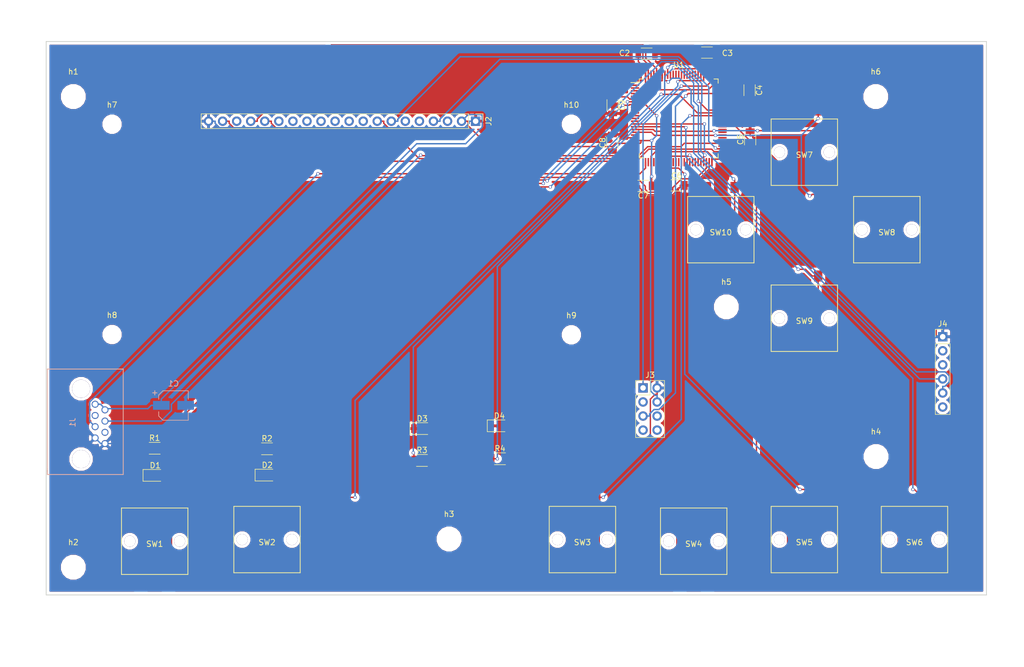
<source format=kicad_pcb>
(kicad_pcb (version 20171130) (host pcbnew 5.0.0-fee4fd1~66~ubuntu18.04.1)
  (layers (0 F.Cu signal) (31 B.Cu signal) (34 B.Paste user) (35 F.Paste user) (36 B.SilkS user) (37 F.SilkS user) (38 B.Mask user) (39 F.Mask user) (44 Edge.Cuts user))
  (net 0 "")
  (net 1 +3V3)
  (net 2 GND)
  (net 3 "Net-(D1-Pad2)")
  (net 4 "Net-(D2-Pad2)")
  (net 5 "Net-(D3-Pad2)")
  (net 6 "Net-(D4-Pad2)")
  (net 7 "Net-(J1-Pad3)")
  (net 8 /TX)
  (net 9 /RX)
  (net 10 "Net-(J1-Pad6)")
  (net 11 "Net-(J2-Pad3)")
  (net 12 "Net-(J2-Pad4)")
  (net 13 "Net-(J2-Pad5)")
  (net 14 "Net-(J2-Pad6)")
  (net 15 "Net-(J2-Pad7)")
  (net 16 "Net-(J2-Pad8)")
  (net 17 "Net-(J2-Pad9)")
  (net 18 "Net-(J2-Pad10)")
  (net 19 "Net-(J2-Pad11)")
  (net 20 "Net-(J2-Pad12)")
  (net 21 "Net-(J2-Pad13)")
  (net 22 "Net-(J2-Pad14)")
  (net 23 "Net-(J2-Pad15)")
  (net 24 "Net-(J2-Pad16)")
  (net 25 "Net-(J2-Pad17)")
  (net 26 "Net-(J2-Pad18)")
  (net 27 "Net-(J2-Pad19)")
  (net 28 "Net-(J3-Pad1)")
  (net 29 "Net-(J3-Pad3)")
  (net 30 "Net-(J3-Pad5)")
  (net 31 "Net-(J3-Pad6)")
  (net 32 "Net-(J3-Pad7)")
  (net 33 "Net-(J3-Pad8)")
  (net 34 "Net-(J4-Pad2)")
  (net 35 "Net-(J4-Pad3)")
  (net 36 "Net-(J4-Pad4)")
  (net 37 "Net-(J4-Pad5)")
  (net 38 "Net-(J4-Pad6)")
  (net 39 "Net-(R1-Pad1)")
  (net 40 "Net-(R2-Pad1)")
  (net 41 "Net-(R3-Pad1)")
  (net 42 "Net-(R4-Pad1)")
  (net 43 "Net-(SW1-Pad1)")
  (net 44 "Net-(SW2-Pad1)")
  (net 45 "Net-(SW3-Pad1)")
  (net 46 "Net-(SW4-Pad1)")
  (net 47 "Net-(SW5-Pad1)")
  (net 48 "Net-(SW6-Pad1)")
  (net 49 "Net-(SW7-Pad1)")
  (net 50 "Net-(SW8-Pad1)")
  (net 51 "Net-(SW9-Pad1)")
  (net 52 "Net-(SW10-Pad1)")
  (net 53 "Net-(SW10-Pad3)")
  (net 54 "Net-(U1-Pad9)")
  (net 55 "Net-(U1-Pad14)")
  (net 56 "Net-(U1-Pad23)")
  (net 57 "Net-(U1-Pad24)")
  (net 58 "Net-(U1-Pad29)")
  (net 59 "Net-(U1-Pad30)")
  (net 60 "Net-(U1-Pad31)")
  (net 61 "Net-(U1-Pad32)")
  (net 62 "Net-(U1-Pad35)")
  (net 63 "Net-(U1-Pad36)")
  (net 64 "Net-(U1-Pad37)")
  (net 65 "Net-(U1-Pad53)")
  (net 66 "Net-(U1-Pad67)")
  (net 67 "Net-(U1-Pad68)")
  (net 68 "Net-(U1-Pad69)")
  (net 69 "Net-(U1-Pad70)")
  (net 70 "Net-(U1-Pad71)")
  (net 71 "Net-(U1-Pad77)")
  (net 72 "Net-(U1-Pad78)")
  (net 73 "Net-(U1-Pad89)")
  (net 74 "Net-(U1-Pad90)")
  (net 75 "Net-(U1-Pad91)")
  (net 76 "Net-(U1-Pad95)")
  (module Capacitors_SMD:CP_Elec_5x5.3 (layer B.Cu) (at 88.2 107.65)
    (fp_text reference C1 (at 0 -3.92) (layer B.SilkS) (effects (justify mirror)))
    (fp_text value 100uF)
    (fp_text user + (at -3.38 -2.34) (layer B.SilkS) (effects (justify mirror)))
    (pad 1 smd rect (at -2.2 0 180) (size 3 1.6) (layers B.Cu B.Paste B.Mask) (net 1 +3V3))
    (pad 2 smd rect (at 2.2 0 180) (size 3 1.6) (layers B.Cu B.Paste B.Mask) (net 2 GND))
  )
  (module Capacitors_SMD:C_1206 (layer F.Cu) (at 173.7 44.1)
    (fp_text reference C2 (at -4 -0.1) (layer F.SilkS))
    (fp_text value 1uF)
    (pad 1 smd rect (at -1.5 0) (size 1 1.6) (layers F.Cu F.Paste F.Mask) (net 1 +3V3))
    (pad 2 smd rect (at 1.5 0) (size 1 1.6) (layers F.Cu F.Paste F.Mask) (net 2 GND))
  )
  (module Capacitors_SMD:C_1206 (layer F.Cu) (at 184.6 43.9)
    (fp_text reference C3 (at 3.7 0.1) (layer F.SilkS))
    (fp_text value .1uF)
    (pad 1 smd rect (at -1.5 0) (size 1 1.6) (layers F.Cu F.Paste F.Mask) (net 1 +3V3))
    (pad 2 smd rect (at 1.5 0) (size 1 1.6) (layers F.Cu F.Paste F.Mask) (net 2 GND))
  )
  (module Capacitors_SMD:C_1206 (layer F.Cu) (at 192.3 50.7 270)
    (fp_text reference C4 (at 0 -1.75 270) (layer F.SilkS))
    (fp_text value 1uF)
    (pad 1 smd rect (at -1.5 0 270) (size 1 1.6) (layers F.Cu F.Paste F.Mask) (net 1 +3V3))
    (pad 2 smd rect (at 1.5 0 270) (size 1 1.6) (layers F.Cu F.Paste F.Mask) (net 2 GND))
  )
  (module Capacitors_SMD:C_1206 (layer F.Cu) (at 192.4 59.6 90)
    (fp_text reference C5 (at 0 -1.75 90) (layer F.SilkS))
    (fp_text value .1uF)
    (pad 1 smd rect (at -1.5 0 90) (size 1 1.6) (layers F.Cu F.Paste F.Mask) (net 1 +3V3))
    (pad 2 smd rect (at 1.5 0 90) (size 1 1.6) (layers F.Cu F.Paste F.Mask) (net 2 GND))
  )
  (module Capacitors_SMD:C_1206 (layer F.Cu) (at 179.1 67.9)
    (fp_text reference C6 (at 0 -1.75) (layer F.SilkS))
    (fp_text value 1uF)
    (pad 1 smd rect (at -1.5 0) (size 1 1.6) (layers F.Cu F.Paste F.Mask) (net 1 +3V3))
    (pad 2 smd rect (at 1.5 0) (size 1 1.6) (layers F.Cu F.Paste F.Mask) (net 2 GND))
  )
  (module Capacitors_SMD:C_1206 (layer F.Cu) (at 173.1 68 180)
    (fp_text reference C7 (at 0 -1.75 180) (layer F.SilkS))
    (fp_text value .1uF)
    (pad 1 smd rect (at -1.5 0 180) (size 1 1.6) (layers F.Cu F.Paste F.Mask) (net 1 +3V3))
    (pad 2 smd rect (at 1.5 0 180) (size 1 1.6) (layers F.Cu F.Paste F.Mask) (net 2 GND))
  )
  (module Capacitors_SMD:C_1206 (layer F.Cu) (at 167.5 60.2 90)
    (fp_text reference C8 (at 0 -1.75 90) (layer F.SilkS))
    (fp_text value 1uF)
    (pad 1 smd rect (at -1.5 0 90) (size 1 1.6) (layers F.Cu F.Paste F.Mask) (net 1 +3V3))
    (pad 2 smd rect (at 1.5 0 90) (size 1 1.6) (layers F.Cu F.Paste F.Mask) (net 2 GND))
  )
  (module Capacitors_SMD:C_1206 (layer F.Cu) (at 167.55 53.4 270)
    (fp_text reference C9 (at 0 -1.75 270) (layer F.SilkS))
    (fp_text value .1uF)
    (pad 1 smd rect (at -1.5 0 270) (size 1 1.6) (layers F.Cu F.Paste F.Mask) (net 1 +3V3))
    (pad 2 smd rect (at 1.5 0 270) (size 1 1.6) (layers F.Cu F.Paste F.Mask) (net 2 GND))
  )
  (module Diodes_SMD:D_1206 (layer F.Cu) (at 84.9 120.3)
    (fp_text reference D1 (at 0 -1.8) (layer F.SilkS))
    (fp_text value LED)
    (pad 1 smd rect (at -1.5 0) (size 1 1.6) (layers F.Cu F.Paste F.Mask) (net 2 GND))
    (pad 2 smd rect (at 1.5 0) (size 1 1.6) (layers F.Cu F.Paste F.Mask) (net 3 "Net-(D1-Pad2)"))
  )
  (module Diodes_SMD:D_1206 (layer F.Cu) (at 105.15 120.25)
    (fp_text reference D2 (at 0 -1.8) (layer F.SilkS))
    (fp_text value LED)
    (pad 1 smd rect (at -1.5 0) (size 1 1.6) (layers F.Cu F.Paste F.Mask) (net 2 GND))
    (pad 2 smd rect (at 1.5 0) (size 1 1.6) (layers F.Cu F.Paste F.Mask) (net 4 "Net-(D2-Pad2)"))
  )
  (module Diodes_SMD:D_1206 (layer F.Cu) (at 133.15 111.85)
    (fp_text reference D3 (at 0 -1.8) (layer F.SilkS))
    (fp_text value LED)
    (pad 1 smd rect (at -1.5 0) (size 1 1.6) (layers F.Cu F.Paste F.Mask) (net 2 GND))
    (pad 2 smd rect (at 1.5 0) (size 1 1.6) (layers F.Cu F.Paste F.Mask) (net 5 "Net-(D3-Pad2)"))
  )
  (module Diodes_SMD:D_1206 (layer F.Cu) (at 147.1 111.35)
    (fp_text reference D4 (at 0 -1.8) (layer F.SilkS))
    (fp_text value LED)
    (pad 1 smd rect (at -1.5 0) (size 1 1.6) (layers F.Cu F.Paste F.Mask) (net 2 GND))
    (pad 2 smd rect (at 1.5 0) (size 1 1.6) (layers F.Cu F.Paste F.Mask) (net 6 "Net-(D4-Pad2)"))
  )
  (module Pin_Headers:Pin_Header_Straight_1x20_Pitch2.54mm (layer F.Cu) (at 142.8 56.3 270)
    (fp_text reference J2 (at 0 -2.33 270) (layer F.SilkS))
    (fp_text value Conn_01x20)
    (pad 1 thru_hole rect (at 0 0 270) (size 1.7 1.7) (drill 1) (layers *.Cu *.Mask) (net 2 GND))
    (pad 2 thru_hole oval (at 0 2.54 270) (size 1.7 1.7) (drill 1) (layers *.Cu *.Mask) (net 1 +3V3))
    (pad 3 thru_hole oval (at 0 5.08 270) (size 1.7 1.7) (drill 1) (layers *.Cu *.Mask) (net 11 "Net-(J2-Pad3)"))
    (pad 4 thru_hole oval (at 0 7.62 270) (size 1.7 1.7) (drill 1) (layers *.Cu *.Mask) (net 12 "Net-(J2-Pad4)"))
    (pad 5 thru_hole oval (at 0 10.16 270) (size 1.7 1.7) (drill 1) (layers *.Cu *.Mask) (net 13 "Net-(J2-Pad5)"))
    (pad 6 thru_hole oval (at 0 12.7 270) (size 1.7 1.7) (drill 1) (layers *.Cu *.Mask) (net 14 "Net-(J2-Pad6)"))
    (pad 7 thru_hole oval (at 0 15.24 270) (size 1.7 1.7) (drill 1) (layers *.Cu *.Mask) (net 15 "Net-(J2-Pad7)"))
    (pad 8 thru_hole oval (at 0 17.78 270) (size 1.7 1.7) (drill 1) (layers *.Cu *.Mask) (net 16 "Net-(J2-Pad8)"))
    (pad 9 thru_hole oval (at 0 20.32 270) (size 1.7 1.7) (drill 1) (layers *.Cu *.Mask) (net 17 "Net-(J2-Pad9)"))
    (pad 10 thru_hole oval (at 0 22.86 270) (size 1.7 1.7) (drill 1) (layers *.Cu *.Mask) (net 18 "Net-(J2-Pad10)"))
    (pad 11 thru_hole oval (at 0 25.4 270) (size 1.7 1.7) (drill 1) (layers *.Cu *.Mask) (net 19 "Net-(J2-Pad11)"))
    (pad 12 thru_hole oval (at 0 27.94 270) (size 1.7 1.7) (drill 1) (layers *.Cu *.Mask) (net 20 "Net-(J2-Pad12)"))
    (pad 13 thru_hole oval (at 0 30.48 270) (size 1.7 1.7) (drill 1) (layers *.Cu *.Mask) (net 21 "Net-(J2-Pad13)"))
    (pad 14 thru_hole oval (at 0 33.02 270) (size 1.7 1.7) (drill 1) (layers *.Cu *.Mask) (net 22 "Net-(J2-Pad14)"))
    (pad 15 thru_hole oval (at 0 35.56 270) (size 1.7 1.7) (drill 1) (layers *.Cu *.Mask) (net 23 "Net-(J2-Pad15)"))
    (pad 16 thru_hole oval (at 0 38.1 270) (size 1.7 1.7) (drill 1) (layers *.Cu *.Mask) (net 24 "Net-(J2-Pad16)"))
    (pad 17 thru_hole oval (at 0 40.64 270) (size 1.7 1.7) (drill 1) (layers *.Cu *.Mask) (net 25 "Net-(J2-Pad17)"))
    (pad 18 thru_hole oval (at 0 43.18 270) (size 1.7 1.7) (drill 1) (layers *.Cu *.Mask) (net 26 "Net-(J2-Pad18)"))
    (pad 19 thru_hole oval (at 0 45.72 270) (size 1.7 1.7) (drill 1) (layers *.Cu *.Mask) (net 27 "Net-(J2-Pad19)"))
    (pad 20 thru_hole oval (at 0 48.26 270) (size 1.7 1.7) (drill 1) (layers *.Cu *.Mask) (net 2 GND))
  )
  (module Resistors_SMD:R_1206 (layer F.Cu) (at 84.8 115.4)
    (fp_text reference R1 (at 0 -1.85) (layer F.SilkS))
    (fp_text value R)
    (pad 1 smd rect (at -1.45 0) (size 0.9 1.7) (layers F.Cu F.Paste F.Mask) (net 39 "Net-(R1-Pad1)"))
    (pad 2 smd rect (at 1.45 0) (size 0.9 1.7) (layers F.Cu F.Paste F.Mask) (net 3 "Net-(D1-Pad2)"))
  )
  (module Resistors_SMD:R_1206 (layer F.Cu) (at 105.1 115.5)
    (fp_text reference R2 (at 0 -1.85) (layer F.SilkS))
    (fp_text value R)
    (pad 1 smd rect (at -1.45 0) (size 0.9 1.7) (layers F.Cu F.Paste F.Mask) (net 40 "Net-(R2-Pad1)"))
    (pad 2 smd rect (at 1.45 0) (size 0.9 1.7) (layers F.Cu F.Paste F.Mask) (net 4 "Net-(D2-Pad2)"))
  )
  (module Resistors_SMD:R_1206 (layer F.Cu) (at 133.1 117.6)
    (fp_text reference R3 (at 0 -1.85) (layer F.SilkS))
    (fp_text value R)
    (pad 1 smd rect (at -1.45 0) (size 0.9 1.7) (layers F.Cu F.Paste F.Mask) (net 41 "Net-(R3-Pad1)"))
    (pad 2 smd rect (at 1.45 0) (size 0.9 1.7) (layers F.Cu F.Paste F.Mask) (net 5 "Net-(D3-Pad2)"))
  )
  (module Resistors_SMD:R_1206 (layer F.Cu) (at 147.2 117.3)
    (fp_text reference R4 (at 0 -1.85) (layer F.SilkS))
    (fp_text value R)
    (pad 1 smd rect (at -1.45 0) (size 0.9 1.7) (layers F.Cu F.Paste F.Mask) (net 42 "Net-(R4-Pad1)"))
    (pad 2 smd rect (at 1.45 0) (size 0.9 1.7) (layers F.Cu F.Paste F.Mask) (net 6 "Net-(D4-Pad2)"))
  )
  (module footprints:PTS125 (layer F.Cu) (at 84.8 132.2)
    (fp_text reference SW1 (at 0 0.5) (layer F.SilkS))
    (fp_text value TS001)
    (pad "" thru_hole circle (at -4.5 0) (size 2 2) (drill 2) (layers *.Cu *.Mask))
    (pad "" thru_hole circle (at 4.5 0) (size 2 2) (drill 2) (layers *.Cu *.Mask))
    (pad 1 smd rect (at 2.5 -7.625) (size 1.5 2) (layers F.Cu F.Paste F.Mask) (net 43 "Net-(SW1-Pad1)"))
    (pad 2 smd rect (at 2.5 7.625) (size 1.5 2) (layers F.Cu F.Paste F.Mask) (net 43 "Net-(SW1-Pad1)"))
    (pad 3 smd rect (at -2.5 -7.625) (size 1.5 2) (layers F.Cu F.Paste F.Mask) (net 2 GND))
    (pad 4 smd rect (at -2.5 7.625) (size 1.5 2) (layers F.Cu F.Paste F.Mask) (net 2 GND))
  )
  (module footprints:PTS125 (layer F.Cu) (at 105.1 131.9)
    (fp_text reference SW2 (at 0 0.5) (layer F.SilkS))
    (fp_text value TS001)
    (pad "" thru_hole circle (at -4.5 0) (size 2 2) (drill 2) (layers *.Cu *.Mask))
    (pad "" thru_hole circle (at 4.5 0) (size 2 2) (drill 2) (layers *.Cu *.Mask))
    (pad 1 smd rect (at 2.5 -7.625) (size 1.5 2) (layers F.Cu F.Paste F.Mask) (net 44 "Net-(SW2-Pad1)"))
    (pad 2 smd rect (at 2.5 7.625) (size 1.5 2) (layers F.Cu F.Paste F.Mask) (net 44 "Net-(SW2-Pad1)"))
    (pad 3 smd rect (at -2.5 -7.625) (size 1.5 2) (layers F.Cu F.Paste F.Mask) (net 2 GND))
    (pad 4 smd rect (at -2.5 7.625) (size 1.5 2) (layers F.Cu F.Paste F.Mask) (net 2 GND))
  )
  (module footprints:PTS125 (layer F.Cu) (at 162.1 131.9)
    (fp_text reference SW3 (at 0 0.5) (layer F.SilkS))
    (fp_text value TS001)
    (pad "" thru_hole circle (at -4.5 0) (size 2 2) (drill 2) (layers *.Cu *.Mask))
    (pad "" thru_hole circle (at 4.5 0) (size 2 2) (drill 2) (layers *.Cu *.Mask))
    (pad 1 smd rect (at 2.5 -7.625) (size 1.5 2) (layers F.Cu F.Paste F.Mask) (net 45 "Net-(SW3-Pad1)"))
    (pad 2 smd rect (at 2.5 7.625) (size 1.5 2) (layers F.Cu F.Paste F.Mask) (net 45 "Net-(SW3-Pad1)"))
    (pad 3 smd rect (at -2.5 -7.625) (size 1.5 2) (layers F.Cu F.Paste F.Mask) (net 2 GND))
    (pad 4 smd rect (at -2.5 7.625) (size 1.5 2) (layers F.Cu F.Paste F.Mask) (net 2 GND))
  )
  (module footprints:PTS125 (layer F.Cu) (at 182.2 132.2)
    (fp_text reference SW4 (at 0 0.5) (layer F.SilkS))
    (fp_text value TS001)
    (pad "" thru_hole circle (at -4.5 0) (size 2 2) (drill 2) (layers *.Cu *.Mask))
    (pad "" thru_hole circle (at 4.5 0) (size 2 2) (drill 2) (layers *.Cu *.Mask))
    (pad 1 smd rect (at 2.5 -7.625) (size 1.5 2) (layers F.Cu F.Paste F.Mask) (net 46 "Net-(SW4-Pad1)"))
    (pad 2 smd rect (at 2.5 7.625) (size 1.5 2) (layers F.Cu F.Paste F.Mask) (net 46 "Net-(SW4-Pad1)"))
    (pad 3 smd rect (at -2.5 -7.625) (size 1.5 2) (layers F.Cu F.Paste F.Mask) (net 2 GND))
    (pad 4 smd rect (at -2.5 7.625) (size 1.5 2) (layers F.Cu F.Paste F.Mask) (net 2 GND))
  )
  (module footprints:PTS125 (layer F.Cu) (at 202.2 131.9)
    (fp_text reference SW5 (at 0 0.5) (layer F.SilkS))
    (fp_text value TS001)
    (pad "" thru_hole circle (at -4.5 0) (size 2 2) (drill 2) (layers *.Cu *.Mask))
    (pad "" thru_hole circle (at 4.5 0) (size 2 2) (drill 2) (layers *.Cu *.Mask))
    (pad 1 smd rect (at 2.5 -7.625) (size 1.5 2) (layers F.Cu F.Paste F.Mask) (net 47 "Net-(SW5-Pad1)"))
    (pad 2 smd rect (at 2.5 7.625) (size 1.5 2) (layers F.Cu F.Paste F.Mask) (net 47 "Net-(SW5-Pad1)"))
    (pad 3 smd rect (at -2.5 -7.625) (size 1.5 2) (layers F.Cu F.Paste F.Mask) (net 2 GND))
    (pad 4 smd rect (at -2.5 7.625) (size 1.5 2) (layers F.Cu F.Paste F.Mask) (net 2 GND))
  )
  (module footprints:PTS125 (layer F.Cu) (at 222.1 131.9)
    (fp_text reference SW6 (at 0 0.5) (layer F.SilkS))
    (fp_text value TS001)
    (pad "" thru_hole circle (at -4.5 0) (size 2 2) (drill 2) (layers *.Cu *.Mask))
    (pad "" thru_hole circle (at 4.5 0) (size 2 2) (drill 2) (layers *.Cu *.Mask))
    (pad 1 smd rect (at 2.5 -7.625) (size 1.5 2) (layers F.Cu F.Paste F.Mask) (net 48 "Net-(SW6-Pad1)"))
    (pad 2 smd rect (at 2.5 7.625) (size 1.5 2) (layers F.Cu F.Paste F.Mask) (net 48 "Net-(SW6-Pad1)"))
    (pad 3 smd rect (at -2.5 -7.625) (size 1.5 2) (layers F.Cu F.Paste F.Mask) (net 2 GND))
    (pad 4 smd rect (at -2.5 7.625) (size 1.5 2) (layers F.Cu F.Paste F.Mask) (net 2 GND))
  )
  (module footprints:PTS125 (layer F.Cu) (at 202.2 61.9)
    (fp_text reference SW7 (at 0 0.5) (layer F.SilkS))
    (fp_text value TS001)
    (pad "" thru_hole circle (at -4.5 0) (size 2 2) (drill 2) (layers *.Cu *.Mask))
    (pad "" thru_hole circle (at 4.5 0) (size 2 2) (drill 2) (layers *.Cu *.Mask))
    (pad 1 smd rect (at 2.5 -7.625) (size 1.5 2) (layers F.Cu F.Paste F.Mask) (net 49 "Net-(SW7-Pad1)"))
    (pad 2 smd rect (at 2.5 7.625) (size 1.5 2) (layers F.Cu F.Paste F.Mask) (net 49 "Net-(SW7-Pad1)"))
    (pad 3 smd rect (at -2.5 -7.625) (size 1.5 2) (layers F.Cu F.Paste F.Mask) (net 2 GND))
    (pad 4 smd rect (at -2.5 7.625) (size 1.5 2) (layers F.Cu F.Paste F.Mask) (net 2 GND))
  )
  (module footprints:PTS125 (layer F.Cu) (at 217.1 75.9)
    (fp_text reference SW8 (at 0 0.5) (layer F.SilkS))
    (fp_text value TS001)
    (pad "" thru_hole circle (at -4.5 0) (size 2 2) (drill 2) (layers *.Cu *.Mask))
    (pad "" thru_hole circle (at 4.5 0) (size 2 2) (drill 2) (layers *.Cu *.Mask))
    (pad 1 smd rect (at 2.5 -7.625) (size 1.5 2) (layers F.Cu F.Paste F.Mask) (net 50 "Net-(SW8-Pad1)"))
    (pad 2 smd rect (at 2.5 7.625) (size 1.5 2) (layers F.Cu F.Paste F.Mask) (net 50 "Net-(SW8-Pad1)"))
    (pad 3 smd rect (at -2.5 -7.625) (size 1.5 2) (layers F.Cu F.Paste F.Mask) (net 2 GND))
    (pad 4 smd rect (at -2.5 7.625) (size 1.5 2) (layers F.Cu F.Paste F.Mask) (net 2 GND))
  )
  (module footprints:PTS125 (layer F.Cu) (at 202.2 91.9)
    (fp_text reference SW9 (at 0 0.5) (layer F.SilkS))
    (fp_text value TS001)
    (pad "" thru_hole circle (at -4.5 0) (size 2 2) (drill 2) (layers *.Cu *.Mask))
    (pad "" thru_hole circle (at 4.5 0) (size 2 2) (drill 2) (layers *.Cu *.Mask))
    (pad 1 smd rect (at 2.5 -7.625) (size 1.5 2) (layers F.Cu F.Paste F.Mask) (net 51 "Net-(SW9-Pad1)"))
    (pad 2 smd rect (at 2.5 7.625) (size 1.5 2) (layers F.Cu F.Paste F.Mask) (net 51 "Net-(SW9-Pad1)"))
    (pad 3 smd rect (at -2.5 -7.625) (size 1.5 2) (layers F.Cu F.Paste F.Mask) (net 2 GND))
    (pad 4 smd rect (at -2.5 7.625) (size 1.5 2) (layers F.Cu F.Paste F.Mask) (net 2 GND))
  )
  (module footprints:PTS125 (layer F.Cu) (at 187.1 75.9)
    (fp_text reference SW10 (at 0 0.5) (layer F.SilkS))
    (fp_text value TS001)
    (pad "" thru_hole circle (at -4.5 0) (size 2 2) (drill 2) (layers *.Cu *.Mask))
    (pad "" thru_hole circle (at 4.5 0) (size 2 2) (drill 2) (layers *.Cu *.Mask))
    (pad 1 smd rect (at 2.5 -7.625) (size 1.5 2) (layers F.Cu F.Paste F.Mask) (net 52 "Net-(SW10-Pad1)"))
    (pad 2 smd rect (at 2.5 7.625) (size 1.5 2) (layers F.Cu F.Paste F.Mask) (net 52 "Net-(SW10-Pad1)"))
    (pad 3 smd rect (at -2.5 -7.625) (size 1.5 2) (layers F.Cu F.Paste F.Mask) (net 53 "Net-(SW10-Pad3)"))
    (pad 4 smd rect (at -2.5 7.625) (size 1.5 2) (layers F.Cu F.Paste F.Mask) (net 2 GND))
  )
  (module Housings_QFP:LQFP-100_14x14mm_Pitch0.5mm (layer F.Cu) (at 179.5 55.8)
    (fp_text reference U1 (at 0 -9.65) (layer F.SilkS))
    (fp_text value "STM32F303V(B-C)Tx_u")
    (pad 1 smd rect (at -7.9 -6) (size 1.5 0.28) (layers F.Cu F.Paste F.Mask))
    (pad 2 smd rect (at -7.9 -5.5) (size 1.5 0.28) (layers F.Cu F.Paste F.Mask))
    (pad 3 smd rect (at -7.9 -5) (size 1.5 0.28) (layers F.Cu F.Paste F.Mask))
    (pad 4 smd rect (at -7.9 -4.5) (size 1.5 0.28) (layers F.Cu F.Paste F.Mask))
    (pad 5 smd rect (at -7.9 -4) (size 1.5 0.28) (layers F.Cu F.Paste F.Mask))
    (pad 6 smd rect (at -7.9 -3.5) (size 1.5 0.28) (layers F.Cu F.Paste F.Mask) (net 1 +3V3))
    (pad 7 smd rect (at -7.9 -3) (size 1.5 0.28) (layers F.Cu F.Paste F.Mask) (net 40 "Net-(R2-Pad1)"))
    (pad 8 smd rect (at -7.9 -2.5) (size 1.5 0.28) (layers F.Cu F.Paste F.Mask) (net 39 "Net-(R1-Pad1)"))
    (pad 9 smd rect (at -7.9 -2) (size 1.5 0.28) (layers F.Cu F.Paste F.Mask) (net 54 "Net-(U1-Pad9)"))
    (pad 10 smd rect (at -7.9 -1.5) (size 1.5 0.28) (layers F.Cu F.Paste F.Mask))
    (pad 11 smd rect (at -7.9 -1) (size 1.5 0.28) (layers F.Cu F.Paste F.Mask))
    (pad 12 smd rect (at -7.9 -0.5) (size 1.5 0.28) (layers F.Cu F.Paste F.Mask))
    (pad 13 smd rect (at -7.9 0) (size 1.5 0.28) (layers F.Cu F.Paste F.Mask))
    (pad 14 smd rect (at -7.9 0.5) (size 1.5 0.28) (layers F.Cu F.Paste F.Mask) (net 55 "Net-(U1-Pad14)"))
    (pad 15 smd rect (at -7.9 1) (size 1.5 0.28) (layers F.Cu F.Paste F.Mask) (net 52 "Net-(SW10-Pad1)"))
    (pad 16 smd rect (at -7.9 1.5) (size 1.5 0.28) (layers F.Cu F.Paste F.Mask) (net 51 "Net-(SW9-Pad1)"))
    (pad 17 smd rect (at -7.9 2) (size 1.5 0.28) (layers F.Cu F.Paste F.Mask) (net 50 "Net-(SW8-Pad1)"))
    (pad 18 smd rect (at -7.9 2.5) (size 1.5 0.28) (layers F.Cu F.Paste F.Mask) (net 49 "Net-(SW7-Pad1)"))
    (pad 19 smd rect (at -7.9 3) (size 1.5 0.28) (layers F.Cu F.Paste F.Mask))
    (pad 20 smd rect (at -7.9 3.5) (size 1.5 0.28) (layers F.Cu F.Paste F.Mask) (net 2 GND))
    (pad 21 smd rect (at -7.9 4) (size 1.5 0.28) (layers F.Cu F.Paste F.Mask) (net 1 +3V3))
    (pad 22 smd rect (at -7.9 4.5) (size 1.5 0.28) (layers F.Cu F.Paste F.Mask) (net 1 +3V3))
    (pad 23 smd rect (at -7.9 5) (size 1.5 0.28) (layers F.Cu F.Paste F.Mask) (net 56 "Net-(U1-Pad23)"))
    (pad 24 smd rect (at -7.9 5.5) (size 1.5 0.28) (layers F.Cu F.Paste F.Mask) (net 57 "Net-(U1-Pad24)"))
    (pad 25 smd rect (at -7.9 6) (size 1.5 0.28) (layers F.Cu F.Paste F.Mask) (net 8 /TX))
    (pad 26 smd rect (at -6 7.9 90) (size 1.5 0.28) (layers F.Cu F.Paste F.Mask) (net 9 /RX))
    (pad 27 smd rect (at -5.5 7.9 90) (size 1.5 0.28) (layers F.Cu F.Paste F.Mask))
    (pad 28 smd rect (at -5 7.9 90) (size 1.5 0.28) (layers F.Cu F.Paste F.Mask) (net 1 +3V3))
    (pad 29 smd rect (at -4.5 7.9 90) (size 1.5 0.28) (layers F.Cu F.Paste F.Mask) (net 58 "Net-(U1-Pad29)"))
    (pad 30 smd rect (at -4 7.9 90) (size 1.5 0.28) (layers F.Cu F.Paste F.Mask) (net 59 "Net-(U1-Pad30)"))
    (pad 31 smd rect (at -3.5 7.9 90) (size 1.5 0.28) (layers F.Cu F.Paste F.Mask) (net 60 "Net-(U1-Pad31)"))
    (pad 32 smd rect (at -3 7.9 90) (size 1.5 0.28) (layers F.Cu F.Paste F.Mask) (net 61 "Net-(U1-Pad32)"))
    (pad 33 smd rect (at -2.5 7.9 90) (size 1.5 0.28) (layers F.Cu F.Paste F.Mask) (net 48 "Net-(SW6-Pad1)"))
    (pad 34 smd rect (at -2 7.9 90) (size 1.5 0.28) (layers F.Cu F.Paste F.Mask) (net 47 "Net-(SW5-Pad1)"))
    (pad 35 smd rect (at -1.5 7.9 90) (size 1.5 0.28) (layers F.Cu F.Paste F.Mask) (net 62 "Net-(U1-Pad35)"))
    (pad 36 smd rect (at -1 7.9 90) (size 1.5 0.28) (layers F.Cu F.Paste F.Mask) (net 63 "Net-(U1-Pad36)"))
    (pad 37 smd rect (at -0.5 7.9 90) (size 1.5 0.28) (layers F.Cu F.Paste F.Mask) (net 64 "Net-(U1-Pad37)"))
    (pad 38 smd rect (at 0 7.9 90) (size 1.5 0.28) (layers F.Cu F.Paste F.Mask))
    (pad 39 smd rect (at 0.5 7.9 90) (size 1.5 0.28) (layers F.Cu F.Paste F.Mask))
    (pad 40 smd rect (at 1 7.9 90) (size 1.5 0.28) (layers F.Cu F.Paste F.Mask))
    (pad 41 smd rect (at 1.5 7.9 90) (size 1.5 0.28) (layers F.Cu F.Paste F.Mask))
    (pad 42 smd rect (at 2 7.9 90) (size 1.5 0.28) (layers F.Cu F.Paste F.Mask))
    (pad 43 smd rect (at 2.5 7.9 90) (size 1.5 0.28) (layers F.Cu F.Paste F.Mask))
    (pad 44 smd rect (at 3 7.9 90) (size 1.5 0.28) (layers F.Cu F.Paste F.Mask))
    (pad 45 smd rect (at 3.5 7.9 90) (size 1.5 0.28) (layers F.Cu F.Paste F.Mask))
    (pad 46 smd rect (at 4 7.9 90) (size 1.5 0.28) (layers F.Cu F.Paste F.Mask))
    (pad 47 smd rect (at 4.5 7.9 90) (size 1.5 0.28) (layers F.Cu F.Paste F.Mask) (net 12 "Net-(J2-Pad4)"))
    (pad 48 smd rect (at 5 7.9 90) (size 1.5 0.28) (layers F.Cu F.Paste F.Mask) (net 27 "Net-(J2-Pad19)"))
    (pad 49 smd rect (at 5.5 7.9 90) (size 1.5 0.28) (layers F.Cu F.Paste F.Mask) (net 2 GND))
    (pad 50 smd rect (at 6 7.9 90) (size 1.5 0.28) (layers F.Cu F.Paste F.Mask) (net 1 +3V3))
    (pad 51 smd rect (at 7.9 6) (size 1.5 0.28) (layers F.Cu F.Paste F.Mask) (net 24 "Net-(J2-Pad16)"))
    (pad 52 smd rect (at 7.9 5.5) (size 1.5 0.28) (layers F.Cu F.Paste F.Mask) (net 15 "Net-(J2-Pad7)"))
    (pad 53 smd rect (at 7.9 5) (size 1.5 0.28) (layers F.Cu F.Paste F.Mask) (net 65 "Net-(U1-Pad53)"))
    (pad 54 smd rect (at 7.9 4.5) (size 1.5 0.28) (layers F.Cu F.Paste F.Mask) (net 16 "Net-(J2-Pad8)"))
    (pad 55 smd rect (at 7.9 4) (size 1.5 0.28) (layers F.Cu F.Paste F.Mask))
    (pad 56 smd rect (at 7.9 3.5) (size 1.5 0.28) (layers F.Cu F.Paste F.Mask))
    (pad 57 smd rect (at 7.9 3) (size 1.5 0.28) (layers F.Cu F.Paste F.Mask))
    (pad 58 smd rect (at 7.9 2.5) (size 1.5 0.28) (layers F.Cu F.Paste F.Mask))
    (pad 59 smd rect (at 7.9 2) (size 1.5 0.28) (layers F.Cu F.Paste F.Mask))
    (pad 60 smd rect (at 7.9 1.5) (size 1.5 0.28) (layers F.Cu F.Paste F.Mask))
    (pad 61 smd rect (at 7.9 1) (size 1.5 0.28) (layers F.Cu F.Paste F.Mask))
    (pad 62 smd rect (at 7.9 0.5) (size 1.5 0.28) (layers F.Cu F.Paste F.Mask))
    (pad 63 smd rect (at 7.9 0) (size 1.5 0.28) (layers F.Cu F.Paste F.Mask) (net 46 "Net-(SW4-Pad1)"))
    (pad 64 smd rect (at 7.9 -0.5) (size 1.5 0.28) (layers F.Cu F.Paste F.Mask) (net 45 "Net-(SW3-Pad1)"))
    (pad 65 smd rect (at 7.9 -1) (size 1.5 0.28) (layers F.Cu F.Paste F.Mask) (net 44 "Net-(SW2-Pad1)"))
    (pad 66 smd rect (at 7.9 -1.5) (size 1.5 0.28) (layers F.Cu F.Paste F.Mask) (net 43 "Net-(SW1-Pad1)"))
    (pad 67 smd rect (at 7.9 -2) (size 1.5 0.28) (layers F.Cu F.Paste F.Mask) (net 66 "Net-(U1-Pad67)"))
    (pad 68 smd rect (at 7.9 -2.5) (size 1.5 0.28) (layers F.Cu F.Paste F.Mask) (net 67 "Net-(U1-Pad68)"))
    (pad 69 smd rect (at 7.9 -3) (size 1.5 0.28) (layers F.Cu F.Paste F.Mask) (net 68 "Net-(U1-Pad69)"))
    (pad 70 smd rect (at 7.9 -3.5) (size 1.5 0.28) (layers F.Cu F.Paste F.Mask) (net 69 "Net-(U1-Pad70)"))
    (pad 71 smd rect (at 7.9 -4) (size 1.5 0.28) (layers F.Cu F.Paste F.Mask) (net 70 "Net-(U1-Pad71)"))
    (pad 72 smd rect (at 7.9 -4.5) (size 1.5 0.28) (layers F.Cu F.Paste F.Mask) (net 30 "Net-(J3-Pad5)"))
    (pad 73 smd rect (at 7.9 -5) (size 1.5 0.28) (layers F.Cu F.Paste F.Mask))
    (pad 74 smd rect (at 7.9 -5.5) (size 1.5 0.28) (layers F.Cu F.Paste F.Mask) (net 2 GND))
    (pad 75 smd rect (at 7.9 -6) (size 1.5 0.28) (layers F.Cu F.Paste F.Mask) (net 1 +3V3))
    (pad 76 smd rect (at 6 -7.9 90) (size 1.5 0.28) (layers F.Cu F.Paste F.Mask) (net 28 "Net-(J3-Pad1)"))
    (pad 77 smd rect (at 5.5 -7.9 90) (size 1.5 0.28) (layers F.Cu F.Paste F.Mask) (net 71 "Net-(U1-Pad77)"))
    (pad 78 smd rect (at 5 -7.9 90) (size 1.5 0.28) (layers F.Cu F.Paste F.Mask) (net 72 "Net-(U1-Pad78)"))
    (pad 79 smd rect (at 4.5 -7.9 90) (size 1.5 0.28) (layers F.Cu F.Paste F.Mask) (net 42 "Net-(R4-Pad1)"))
    (pad 80 smd rect (at 4 -7.9 90) (size 1.5 0.28) (layers F.Cu F.Paste F.Mask) (net 41 "Net-(R3-Pad1)"))
    (pad 81 smd rect (at 3.5 -7.9 90) (size 1.5 0.28) (layers F.Cu F.Paste F.Mask))
    (pad 82 smd rect (at 3 -7.9 90) (size 1.5 0.28) (layers F.Cu F.Paste F.Mask))
    (pad 83 smd rect (at 2.5 -7.9 90) (size 1.5 0.28) (layers F.Cu F.Paste F.Mask))
    (pad 84 smd rect (at 2 -7.9 90) (size 1.5 0.28) (layers F.Cu F.Paste F.Mask))
    (pad 85 smd rect (at 1.5 -7.9 90) (size 1.5 0.28) (layers F.Cu F.Paste F.Mask))
    (pad 86 smd rect (at 1 -7.9 90) (size 1.5 0.28) (layers F.Cu F.Paste F.Mask))
    (pad 87 smd rect (at 0.5 -7.9 90) (size 1.5 0.28) (layers F.Cu F.Paste F.Mask))
    (pad 88 smd rect (at 0 -7.9 90) (size 1.5 0.28) (layers F.Cu F.Paste F.Mask))
    (pad 89 smd rect (at -0.5 -7.9 90) (size 1.5 0.28) (layers F.Cu F.Paste F.Mask) (net 73 "Net-(U1-Pad89)"))
    (pad 90 smd rect (at -1 -7.9 90) (size 1.5 0.28) (layers F.Cu F.Paste F.Mask) (net 74 "Net-(U1-Pad90)"))
    (pad 91 smd rect (at -1.5 -7.9 90) (size 1.5 0.28) (layers F.Cu F.Paste F.Mask) (net 75 "Net-(U1-Pad91)"))
    (pad 92 smd rect (at -2 -7.9 90) (size 1.5 0.28) (layers F.Cu F.Paste F.Mask) (net 37 "Net-(J4-Pad5)"))
    (pad 93 smd rect (at -2.5 -7.9 90) (size 1.5 0.28) (layers F.Cu F.Paste F.Mask) (net 36 "Net-(J4-Pad4)"))
    (pad 94 smd rect (at -3 -7.9 90) (size 1.5 0.28) (layers F.Cu F.Paste F.Mask) (net 2 GND))
    (pad 95 smd rect (at -3.5 -7.9 90) (size 1.5 0.28) (layers F.Cu F.Paste F.Mask) (net 76 "Net-(U1-Pad95)"))
    (pad 96 smd rect (at -4 -7.9 90) (size 1.5 0.28) (layers F.Cu F.Paste F.Mask) (net 25 "Net-(J2-Pad17)"))
    (pad 97 smd rect (at -4.5 -7.9 90) (size 1.5 0.28) (layers F.Cu F.Paste F.Mask))
    (pad 98 smd rect (at -5 -7.9 90) (size 1.5 0.28) (layers F.Cu F.Paste F.Mask))
    (pad 99 smd rect (at -5.5 -7.9 90) (size 1.5 0.28) (layers F.Cu F.Paste F.Mask) (net 2 GND))
    (pad 100 smd rect (at -6 -7.9 90) (size 1.5 0.28) (layers F.Cu F.Paste F.Mask) (net 1 +3V3))
  )
  (module footprints:RJ45 (layer B.Cu) (at 71.5 117.35 90)
    (fp_text reference J1 (at 6.604 -1.524 90) (layer B.SilkS) (effects (justify mirror)))
    (fp_text value Conn_01x08)
    (pad "" thru_hole circle (at 0 0 90) (size 3.25 3.25) (drill 3.25) (layers *.Cu *.Mask))
    (pad "" thru_hole circle (at 12.7 0 90) (size 3.25 3.25) (drill 3.25) (layers *.Cu *.Mask))
    (pad 8 thru_hole circle (at 2.794 4.318 90) (size 1.27 1.27) (drill 0.889) (layers *.Cu *.Mask) (net 2 GND))
    (pad 7 thru_hole circle (at 3.81 2.54 90) (size 1.27 1.27) (drill 0.889) (layers *.Cu *.Mask) (net 2 GND))
    (pad 6 thru_hole circle (at 4.826 4.318 90) (size 1.27 1.27) (drill 0.889) (layers *.Cu *.Mask) (net 10 "Net-(J1-Pad6)"))
    (pad 5 thru_hole circle (at 5.842 2.54 90) (size 1.27 1.27) (drill 0.889) (layers *.Cu *.Mask) (net 9 /RX))
    (pad 4 thru_hole circle (at 6.858 4.318 90) (size 1.27 1.27) (drill 0.889) (layers *.Cu *.Mask) (net 8 /TX))
    (pad 3 thru_hole circle (at 7.874 2.54 90) (size 1.27 1.27) (drill 0.889) (layers *.Cu *.Mask) (net 7 "Net-(J1-Pad3)"))
    (pad 2 thru_hole circle (at 8.89 4.318 90) (size 1.27 1.27) (drill 0.889) (layers *.Cu *.Mask) (net 1 +3V3))
    (pad 1 thru_hole circle (at 9.906 2.54 90) (size 1.27 1.27) (drill 0.889) (layers *.Cu *.Mask) (net 1 +3V3))
  )
  (module Pin_Headers:Pin_Header_Straight_1x06_Pitch2.54mm (layer F.Cu) (at 227.2 95.25)
    (fp_text reference J4 (at 0 -2.33) (layer F.SilkS))
    (fp_text value Conn_01x06)
    (pad 1 thru_hole rect (at 0 0) (size 1.7 1.7) (drill 1) (layers *.Cu *.Mask) (net 2 GND))
    (pad 2 thru_hole oval (at 0 2.54) (size 1.7 1.7) (drill 1) (layers *.Cu *.Mask) (net 34 "Net-(J4-Pad2)"))
    (pad 3 thru_hole oval (at 0 5.08) (size 1.7 1.7) (drill 1) (layers *.Cu *.Mask) (net 35 "Net-(J4-Pad3)"))
    (pad 4 thru_hole oval (at 0 7.62) (size 1.7 1.7) (drill 1) (layers *.Cu *.Mask) (net 36 "Net-(J4-Pad4)"))
    (pad 5 thru_hole oval (at 0 10.16) (size 1.7 1.7) (drill 1) (layers *.Cu *.Mask) (net 37 "Net-(J4-Pad5)"))
    (pad 6 thru_hole oval (at 0 12.7) (size 1.7 1.7) (drill 1) (layers *.Cu *.Mask) (net 38 "Net-(J4-Pad6)"))
  )
  (module Mounting_Holes:MountingHole_3.5mm (layer F.Cu) (at 70.1 136.9)
    (fp_text reference h2 (at 0 -4.5) (layer F.SilkS))
    (fp_text value MountingHole_3.5mm)
    (pad 1 np_thru_hole circle (at 0 0) (size 3.5 3.5) (drill 3.5) (layers *.Cu *.Mask))
  )
  (module Mounting_Holes:MountingHole_3.5mm (layer F.Cu) (at 70.1 51.85)
    (fp_text reference h1 (at 0 -4.5) (layer F.SilkS))
    (fp_text value MountingHole_3.5mm)
    (pad 1 np_thru_hole circle (at 0 0) (size 3.5 3.5) (drill 3.5) (layers *.Cu *.Mask))
  )
  (module Mounting_Holes:MountingHole_3.5mm (layer F.Cu) (at 215.15 116.9)
    (fp_text reference h4 (at 0 -4.5) (layer F.SilkS))
    (fp_text value MountingHole_3.5mm)
    (pad 1 np_thru_hole circle (at 0 0) (size 3.5 3.5) (drill 3.5) (layers *.Cu *.Mask))
  )
  (module Mounting_Holes:MountingHole_3.5mm (layer F.Cu) (at 188.1 89.85)
    (fp_text reference h5 (at 0 -4.5) (layer F.SilkS))
    (fp_text value MountingHole_3.5mm)
    (pad 1 np_thru_hole circle (at 0 0) (size 3.5 3.5) (drill 3.5) (layers *.Cu *.Mask))
  )
  (module Mounting_Holes:MountingHole_3.5mm (layer F.Cu) (at 215.1 51.85)
    (fp_text reference h6 (at 0 -4.5) (layer F.SilkS))
    (fp_text value MountingHole_3.5mm)
    (pad 1 np_thru_hole circle (at 0 0) (size 3.5 3.5) (drill 3.5) (layers *.Cu *.Mask))
  )
  (module Mounting_Holes:MountingHole_3.5mm (layer F.Cu) (at 138 131.8)
    (fp_text reference h3 (at 0 -4.5) (layer F.SilkS))
    (fp_text value MountingHole_3.5mm)
    (pad 1 np_thru_hole circle (at 0 0) (size 3.5 3.5) (drill 3.5) (layers *.Cu *.Mask))
  )
  (module Mounting_Holes:MountingHole_2.5mm (layer F.Cu) (at 160.1 94.9)
    (fp_text reference h9 (at 0 -3.5) (layer F.SilkS))
    (fp_text value MountingHole_2.5mm)
    (pad 1 np_thru_hole circle (at 0 0) (size 2.5 2.5) (drill 2.5) (layers *.Cu *.Mask))
  )
  (module Mounting_Holes:MountingHole_2.5mm (layer F.Cu) (at 160.1 56.85)
    (fp_text reference h10 (at 0 -3.5) (layer F.SilkS))
    (fp_text value MountingHole_2.5mm)
    (pad 1 np_thru_hole circle (at 0 0) (size 2.5 2.5) (drill 2.5) (layers *.Cu *.Mask))
  )
  (module Mounting_Holes:MountingHole_2.5mm (layer F.Cu) (at 77.1 56.85)
    (fp_text reference h7 (at 0 -3.5) (layer F.SilkS))
    (fp_text value MountingHole_2.5mm)
    (pad 1 np_thru_hole circle (at 0 0) (size 2.5 2.5) (drill 2.5) (layers *.Cu *.Mask))
  )
  (module Mounting_Holes:MountingHole_2.5mm (layer F.Cu) (at 77.1 94.85)
    (fp_text reference h8 (at 0 -3.5) (layer F.SilkS))
    (fp_text value MountingHole_2.5mm)
    (pad 1 np_thru_hole circle (at 0 0) (size 2.5 2.5) (drill 2.5) (layers *.Cu *.Mask))
  )
  (module Pin_Headers:Pin_Header_Straight_2x04_Pitch2.54mm (layer F.Cu) (at 173.05 104.5)
    (fp_text reference J3 (at 1.27 -2.33) (layer F.SilkS))
    (fp_text value Conn_02x04_Odd_Even)
    (pad 1 thru_hole rect (at 0 0) (size 1.7 1.7) (drill 1) (layers *.Cu *.Mask) (net 28 "Net-(J3-Pad1)"))
    (pad 2 thru_hole oval (at 2.54 0) (size 1.7 1.7) (drill 1) (layers *.Cu *.Mask) (net 2 GND))
    (pad 3 thru_hole oval (at 0 2.54) (size 1.7 1.7) (drill 1) (layers *.Cu *.Mask) (net 29 "Net-(J3-Pad3)"))
    (pad 4 thru_hole oval (at 2.54 2.54) (size 1.7 1.7) (drill 1) (layers *.Cu *.Mask) (net 1 +3V3))
    (pad 5 thru_hole oval (at 0 5.08) (size 1.7 1.7) (drill 1) (layers *.Cu *.Mask) (net 30 "Net-(J3-Pad5)"))
    (pad 6 thru_hole oval (at 2.54 5.08) (size 1.7 1.7) (drill 1) (layers *.Cu *.Mask) (net 31 "Net-(J3-Pad6)"))
    (pad 7 thru_hole oval (at 0 7.62) (size 1.7 1.7) (drill 1) (layers *.Cu *.Mask) (net 32 "Net-(J3-Pad7)"))
    (pad 8 thru_hole oval (at 2.54 7.62) (size 1.7 1.7) (drill 1) (layers *.Cu *.Mask) (net 33 "Net-(J3-Pad8)"))
  )
  (gr_line (start 65.2 141.9) (end 65.2 41.9) (angle 90) (layer Edge.Cuts) (width 0.15))
  (gr_line (start 235.1 141.9) (end 65.2 141.9) (angle 90) (layer Edge.Cuts) (width 0.15))
  (gr_line (start 235.1 41.9) (end 235.1 141.9) (angle 90) (layer Edge.Cuts) (width 0.15))
  (gr_line (start 65.2 41.9) (end 235.1 41.9) (angle 90) (layer Edge.Cuts) (width 0.15))
  (via (at 174.5971 66.2877) (size 0.6) (layers F.Cu B.Cu) (net 1))
  (via (at 174.5971 59.8) (size 0.6) (layers F.Cu B.Cu) (net 1))
  (via (at 175.5037 55.3206) (size 0.6) (layers F.Cu B.Cu) (net 1))
  (segment (start 75.0179 107.444) (end 75.818 108.2441) (width 0.25) (layer B.Cu) (net 1))
  (segment (start 74.04 107.444) (end 75.0179 107.444) (width 0.25) (layer B.Cu) (net 1))
  (segment (start 75.818 108.2441) (end 75.818 108.46) (width 0.25) (layer B.Cu) (net 1))
  (segment (start 83.5806 108.2441) (end 84.1747 107.65) (width 0.25) (layer B.Cu) (net 1))
  (segment (start 75.818 108.2441) (end 83.5806 108.2441) (width 0.25) (layer B.Cu) (net 1))
  (segment (start 86 107.65) (end 84.1747 107.65) (width 0.25) (layer B.Cu) (net 1))
  (segment (start 171.6 60.3) (end 170.5247 60.3) (width 0.25) (layer F.Cu) (net 1))
  (segment (start 190.5747 49.8) (end 191.1747 49.2) (width 0.25) (layer F.Cu) (net 1))
  (segment (start 187.4 49.8) (end 190.5747 49.8) (width 0.25) (layer F.Cu) (net 1))
  (segment (start 192.3 49.2) (end 191.1747 49.2) (width 0.25) (layer F.Cu) (net 1))
  (segment (start 167.55 51.9) (end 168.6753 51.9) (width 0.25) (layer F.Cu) (net 1))
  (segment (start 174.5971 66.8718) (end 174.5971 66.2877) (width 0.25) (layer F.Cu) (net 1))
  (segment (start 174.6 66.8747) (end 174.5971 66.8718) (width 0.25) (layer F.Cu) (net 1))
  (segment (start 174.6 68) (end 174.6 66.8747) (width 0.25) (layer F.Cu) (net 1))
  (segment (start 175.5253 67.9) (end 175.4253 68) (width 0.25) (layer F.Cu) (net 1))
  (segment (start 177.6 67.9) (end 175.5253 67.9) (width 0.25) (layer F.Cu) (net 1))
  (segment (start 174.6 68) (end 175.4253 68) (width 0.25) (layer F.Cu) (net 1))
  (segment (start 167.5 61.7) (end 167.5 60.8747) (width 0.25) (layer F.Cu) (net 1))
  (segment (start 168.0747 60.3) (end 167.5 60.8747) (width 0.25) (layer F.Cu) (net 1))
  (segment (start 170.5247 60.3) (end 168.0747 60.3) (width 0.25) (layer F.Cu) (net 1))
  (segment (start 145.202 60.8747) (end 167.5 60.8747) (width 0.25) (layer F.Cu) (net 1))
  (segment (start 141.4353 57.108) (end 145.202 60.8747) (width 0.25) (layer F.Cu) (net 1))
  (segment (start 141.4353 56.3) (end 141.4353 57.108) (width 0.25) (layer F.Cu) (net 1))
  (segment (start 140.26 56.3) (end 141.4353 56.3) (width 0.25) (layer F.Cu) (net 1))
  (segment (start 171.6 52.3) (end 172.6753 52.3) (width 0.25) (layer F.Cu) (net 1))
  (segment (start 187.4 49.8) (end 186.3247 49.8) (width 0.25) (layer F.Cu) (net 1))
  (segment (start 172.6753 59.8) (end 174.5971 59.8) (width 0.25) (layer F.Cu) (net 1))
  (segment (start 174.5971 66.2877) (end 174.5971 59.8) (width 0.25) (layer B.Cu) (net 1))
  (segment (start 172.1377 60.3) (end 172.1 60.3) (width 0.25) (layer F.Cu) (net 1))
  (segment (start 171.6 60.3) (end 172.1 60.3) (width 0.25) (layer F.Cu) (net 1))
  (segment (start 171.6 59.8) (end 172.6753 59.8) (width 0.25) (layer F.Cu) (net 1))
  (segment (start 172.1377 60.3) (end 172.5243 60.3) (width 0.25) (layer F.Cu) (net 1))
  (segment (start 172.6753 60.149) (end 172.6753 59.8) (width 0.25) (layer F.Cu) (net 1))
  (segment (start 172.5243 60.3) (end 172.6753 60.149) (width 0.25) (layer F.Cu) (net 1))
  (segment (start 170.2258 51.9) (end 168.6753 51.9) (width 0.25) (layer F.Cu) (net 1))
  (segment (start 170.6258 52.3) (end 170.2258 51.9) (width 0.25) (layer F.Cu) (net 1))
  (segment (start 171.6 52.3) (end 170.6258 52.3) (width 0.25) (layer F.Cu) (net 1))
  (segment (start 132.1527 60.372) (end 86 106.5247) (width 0.25) (layer B.Cu) (net 1))
  (segment (start 140.9886 60.372) (end 132.1527 60.372) (width 0.25) (layer B.Cu) (net 1))
  (segment (start 143.9871 57.3735) (end 140.9886 60.372) (width 0.25) (layer B.Cu) (net 1))
  (segment (start 143.9871 55.2786) (end 143.9871 57.3735) (width 0.25) (layer B.Cu) (net 1))
  (segment (start 143.8332 55.1247) (end 143.9871 55.2786) (width 0.25) (layer B.Cu) (net 1))
  (segment (start 141.4353 55.1247) (end 143.8332 55.1247) (width 0.25) (layer B.Cu) (net 1))
  (segment (start 140.26 56.3) (end 141.4353 55.1247) (width 0.25) (layer B.Cu) (net 1))
  (segment (start 86 107.65) (end 86 106.5247) (width 0.25) (layer B.Cu) (net 1))
  (segment (start 186.0034 49.4787) (end 186.3247 49.8) (width 0.25) (layer F.Cu) (net 1))
  (segment (start 185.9939 49.4787) (end 186.0034 49.4787) (width 0.25) (layer F.Cu) (net 1))
  (segment (start 185.9939 45.9686) (end 183.9253 43.9) (width 0.25) (layer F.Cu) (net 1))
  (segment (start 185.9939 49.4787) (end 185.9939 45.9686) (width 0.25) (layer F.Cu) (net 1))
  (segment (start 183.1 43.9) (end 183.9253 43.9) (width 0.25) (layer F.Cu) (net 1))
  (segment (start 174.5 66.1906) (end 174.5 63.7) (width 0.25) (layer F.Cu) (net 1))
  (segment (start 174.5971 66.2877) (end 174.5 66.1906) (width 0.25) (layer F.Cu) (net 1))
  (segment (start 174.5 63.7) (end 174.5 62.6247) (width 0.25) (layer F.Cu) (net 1))
  (segment (start 185.5 63.7) (end 185.5 63.1623) (width 0.25) (layer F.Cu) (net 1))
  (segment (start 185.5 63.1623) (end 185.5 62.6247) (width 0.25) (layer F.Cu) (net 1))
  (segment (start 191.163 63.1623) (end 192.4 61.9253) (width 0.25) (layer F.Cu) (net 1))
  (segment (start 185.5 63.1623) (end 191.163 63.1623) (width 0.25) (layer F.Cu) (net 1))
  (segment (start 192.4 61.1) (end 192.4 61.9253) (width 0.25) (layer F.Cu) (net 1))
  (segment (start 175.5037 58.8934) (end 175.5037 55.3206) (width 0.25) (layer B.Cu) (net 1))
  (segment (start 174.5971 59.8) (end 175.5037 58.8934) (width 0.25) (layer B.Cu) (net 1))
  (segment (start 172.6753 52.4922) (end 175.5037 55.3206) (width 0.25) (layer F.Cu) (net 1))
  (segment (start 172.6753 52.3) (end 172.6753 52.4922) (width 0.25) (layer F.Cu) (net 1))
  (segment (start 174.4112 66.4736) (end 174.5971 66.2877) (width 0.25) (layer B.Cu) (net 1))
  (segment (start 174.4112 105.0532) (end 174.4112 66.4736) (width 0.25) (layer B.Cu) (net 1))
  (segment (start 175.2227 105.8647) (end 174.4112 105.0532) (width 0.25) (layer B.Cu) (net 1))
  (segment (start 175.59 105.8647) (end 175.2227 105.8647) (width 0.25) (layer B.Cu) (net 1))
  (segment (start 175.59 107.04) (end 175.59 105.8647) (width 0.25) (layer B.Cu) (net 1))
  (segment (start 184.8495 50.6231) (end 185.9939 49.4787) (width 0.25) (layer F.Cu) (net 1))
  (segment (start 173.5 50.6231) (end 184.8495 50.6231) (width 0.25) (layer F.Cu) (net 1))
  (segment (start 173.5 48.9753) (end 173.5 50.6231) (width 0.25) (layer F.Cu) (net 1))
  (segment (start 173.5 51.4753) (end 172.6753 52.3) (width 0.25) (layer F.Cu) (net 1))
  (segment (start 173.5 50.6231) (end 173.5 51.4753) (width 0.25) (layer F.Cu) (net 1))
  (segment (start 173.5 48.4376) (end 173.5 48.9753) (width 0.25) (layer F.Cu) (net 1))
  (segment (start 173.5 48.4376) (end 173.5 47.9) (width 0.25) (layer F.Cu) (net 1))
  (segment (start 172.2 45.5247) (end 172.2 44.1) (width 0.25) (layer F.Cu) (net 1))
  (segment (start 173.5 46.8247) (end 172.2 45.5247) (width 0.25) (layer F.Cu) (net 1))
  (segment (start 173.5 47.9) (end 173.5 46.8247) (width 0.25) (layer F.Cu) (net 1))
  (segment (start 175.3113 61.8134) (end 174.5 62.6247) (width 0.25) (layer F.Cu) (net 1))
  (segment (start 184.6887 61.8134) (end 175.3113 61.8134) (width 0.25) (layer F.Cu) (net 1))
  (segment (start 185.5 62.6247) (end 184.6887 61.8134) (width 0.25) (layer F.Cu) (net 1))
  (segment (start 192.3 52.2) (end 192.3 51.3747) (width 0.25) (layer F.Cu) (net 2))
  (segment (start 167.5 58.7) (end 168.6253 58.7) (width 0.25) (layer F.Cu) (net 2))
  (segment (start 102.6 124.275) (end 102.6 122.9497) (width 0.25) (layer F.Cu) (net 2))
  (segment (start 169.2253 59.3) (end 171.6 59.3) (width 0.25) (layer F.Cu) (net 2))
  (segment (start 168.6253 58.7) (end 169.2253 59.3) (width 0.25) (layer F.Cu) (net 2))
  (segment (start 192.3 51.3747) (end 192.3 50.5599) (width 0.25) (layer F.Cu) (net 2))
  (segment (start 192.0401 50.3) (end 187.4 50.3) (width 0.25) (layer F.Cu) (net 2))
  (segment (start 192.3 50.5599) (end 192.0401 50.3) (width 0.25) (layer F.Cu) (net 2))
  (segment (start 167.55 54.9) (end 167.0437 54.9) (width 0.25) (layer F.Cu) (net 2))
  (segment (start 167.0437 57.4184) (end 167.5 57.8747) (width 0.25) (layer F.Cu) (net 2))
  (segment (start 167.0437 54.9) (end 167.0437 57.4184) (width 0.25) (layer F.Cu) (net 2))
  (segment (start 167.5 58.7) (end 167.5 57.8747) (width 0.25) (layer F.Cu) (net 2))
  (segment (start 217.1993 140.8504) (end 218.5247 139.525) (width 0.25) (layer F.Cu) (net 2))
  (segment (start 202.1007 140.8504) (end 217.1993 140.8504) (width 0.25) (layer F.Cu) (net 2))
  (segment (start 200.7753 139.525) (end 202.1007 140.8504) (width 0.25) (layer F.Cu) (net 2))
  (segment (start 199.7 139.525) (end 200.7753 139.525) (width 0.25) (layer F.Cu) (net 2))
  (segment (start 214.6 83.525) (end 213.5247 83.525) (width 0.25) (layer F.Cu) (net 2))
  (segment (start 142.8 56.3) (end 143.9753 56.3) (width 0.25) (layer F.Cu) (net 2))
  (segment (start 219.6 139.525) (end 219.1501 139.525) (width 0.25) (layer F.Cu) (net 2))
  (segment (start 219.1501 139.525) (end 218.5247 139.525) (width 0.25) (layer F.Cu) (net 2))
  (segment (start 219.1501 126.0502) (end 219.6 125.6003) (width 0.25) (layer F.Cu) (net 2))
  (segment (start 219.1501 139.525) (end 219.1501 126.0502) (width 0.25) (layer F.Cu) (net 2))
  (segment (start 219.6 124.275) (end 219.6 125.6003) (width 0.25) (layer F.Cu) (net 2))
  (segment (start 226.0247 93.8744) (end 215.6753 83.525) (width 0.25) (layer F.Cu) (net 2))
  (segment (start 226.0247 95.25) (end 226.0247 93.8744) (width 0.25) (layer F.Cu) (net 2))
  (segment (start 227.2 95.25) (end 226.0247 95.25) (width 0.25) (layer F.Cu) (net 2))
  (segment (start 214.6 83.525) (end 215.6753 83.525) (width 0.25) (layer F.Cu) (net 2))
  (segment (start 179.7 124.575) (end 179.1624 124.575) (width 0.25) (layer F.Cu) (net 2))
  (segment (start 179.1624 124.575) (end 178.6247 124.575) (width 0.25) (layer F.Cu) (net 2))
  (segment (start 179.1624 137.9621) (end 179.7 138.4997) (width 0.25) (layer F.Cu) (net 2))
  (segment (start 179.1624 124.575) (end 179.1624 137.9621) (width 0.25) (layer F.Cu) (net 2))
  (segment (start 179.7 139.825) (end 179.7 138.4997) (width 0.25) (layer F.Cu) (net 2))
  (segment (start 179.7 139.825) (end 180.7753 139.825) (width 0.25) (layer F.Cu) (net 2))
  (segment (start 182.1007 141.1504) (end 180.7753 139.825) (width 0.25) (layer F.Cu) (net 2))
  (segment (start 196.9993 141.1504) (end 182.1007 141.1504) (width 0.25) (layer F.Cu) (net 2))
  (segment (start 198.6247 139.525) (end 196.9993 141.1504) (width 0.25) (layer F.Cu) (net 2))
  (segment (start 159.6 124.275) (end 160.6753 124.275) (width 0.25) (layer F.Cu) (net 2))
  (segment (start 164.6236 120.3267) (end 160.6753 124.275) (width 0.25) (layer F.Cu) (net 2))
  (segment (start 174.3764 120.3267) (end 164.6236 120.3267) (width 0.25) (layer F.Cu) (net 2))
  (segment (start 178.6247 124.575) (end 174.3764 120.3267) (width 0.25) (layer F.Cu) (net 2))
  (segment (start 175.2227 105.6753) (end 175.59 105.6753) (width 0.25) (layer F.Cu) (net 2))
  (segment (start 174.3764 106.5216) (end 175.2227 105.6753) (width 0.25) (layer F.Cu) (net 2))
  (segment (start 174.3764 120.3267) (end 174.3764 106.5216) (width 0.25) (layer F.Cu) (net 2))
  (segment (start 199.7 139.525) (end 199.1624 139.525) (width 0.25) (layer F.Cu) (net 2))
  (segment (start 199.1624 139.525) (end 198.6247 139.525) (width 0.25) (layer F.Cu) (net 2))
  (segment (start 199.1624 126.1379) (end 199.7 125.6003) (width 0.25) (layer F.Cu) (net 2))
  (segment (start 199.1624 139.525) (end 199.1624 126.1379) (width 0.25) (layer F.Cu) (net 2))
  (segment (start 199.7 124.275) (end 199.7 125.6003) (width 0.25) (layer F.Cu) (net 2))
  (segment (start 185 63.7) (end 185 64.7753) (width 0.25) (layer F.Cu) (net 2))
  (segment (start 102.6 139.525) (end 102.6 124.275) (width 0.25) (layer F.Cu) (net 2))
  (segment (start 84.7007 141.1504) (end 83.3753 139.825) (width 0.25) (layer F.Cu) (net 2))
  (segment (start 99.8993 141.1504) (end 84.7007 141.1504) (width 0.25) (layer F.Cu) (net 2))
  (segment (start 101.5247 139.525) (end 99.8993 141.1504) (width 0.25) (layer F.Cu) (net 2))
  (segment (start 102.6 139.525) (end 101.5247 139.525) (width 0.25) (layer F.Cu) (net 2))
  (segment (start 141.6247 56.6674) (end 141.6247 56.3) (width 0.25) (layer B.Cu) (net 2))
  (segment (start 140.8168 57.4753) (end 141.6247 56.6674) (width 0.25) (layer B.Cu) (net 2))
  (segment (start 96.5233 57.4753) (end 140.8168 57.4753) (width 0.25) (layer B.Cu) (net 2))
  (segment (start 95.7153 56.6673) (end 96.5233 57.4753) (width 0.25) (layer B.Cu) (net 2))
  (segment (start 95.7153 56.3) (end 95.7153 56.6673) (width 0.25) (layer B.Cu) (net 2))
  (segment (start 94.54 56.3) (end 95.7153 56.3) (width 0.25) (layer B.Cu) (net 2))
  (segment (start 142.8 56.3) (end 141.6247 56.3) (width 0.25) (layer B.Cu) (net 2))
  (segment (start 83.4 120.3) (end 82.5747 120.3) (width 0.25) (layer F.Cu) (net 2))
  (segment (start 81.8367 120.5747) (end 82.3 120.5747) (width 0.25) (layer F.Cu) (net 2))
  (segment (start 75.818 114.556) (end 81.8367 120.5747) (width 0.25) (layer F.Cu) (net 2))
  (segment (start 82.3 124.575) (end 82.3 120.5747) (width 0.25) (layer F.Cu) (net 2))
  (segment (start 82.3 120.5747) (end 82.5747 120.3) (width 0.25) (layer F.Cu) (net 2))
  (segment (start 145.6 111.35) (end 144.7747 111.35) (width 0.25) (layer F.Cu) (net 2))
  (segment (start 131.65 111.85) (end 132.4753 111.85) (width 0.25) (layer F.Cu) (net 2))
  (segment (start 159.6 124.275) (end 159.6 139.525) (width 0.25) (layer F.Cu) (net 2))
  (segment (start 145.6 111.35) (end 146.4253 111.35) (width 0.25) (layer F.Cu) (net 2))
  (segment (start 147.7746 112.6993) (end 146.4253 111.35) (width 0.25) (layer F.Cu) (net 2))
  (segment (start 147.7746 118.1847) (end 147.7746 112.6993) (width 0.25) (layer F.Cu) (net 2))
  (segment (start 153.8649 124.275) (end 147.7746 118.1847) (width 0.25) (layer F.Cu) (net 2))
  (segment (start 159.6 124.275) (end 153.8649 124.275) (width 0.25) (layer F.Cu) (net 2))
  (segment (start 75.056 114.556) (end 75.818 114.556) (width 0.25) (layer B.Cu) (net 2))
  (segment (start 74.04 113.54) (end 75.056 114.556) (width 0.25) (layer B.Cu) (net 2))
  (segment (start 84.6193 114.556) (end 90.4 108.7753) (width 0.25) (layer B.Cu) (net 2))
  (segment (start 75.818 114.556) (end 84.6193 114.556) (width 0.25) (layer B.Cu) (net 2))
  (segment (start 90.4 107.65) (end 90.4 108.7753) (width 0.25) (layer B.Cu) (net 2))
  (segment (start 82.3 139.825) (end 82.8377 139.825) (width 0.25) (layer F.Cu) (net 2))
  (segment (start 82.8377 139.825) (end 83.3753 139.825) (width 0.25) (layer F.Cu) (net 2))
  (segment (start 82.8377 126.438) (end 82.3 125.9003) (width 0.25) (layer F.Cu) (net 2))
  (segment (start 82.8377 139.825) (end 82.8377 126.438) (width 0.25) (layer F.Cu) (net 2))
  (segment (start 82.3 124.575) (end 82.3 125.9003) (width 0.25) (layer F.Cu) (net 2))
  (segment (start 131.65 111.85) (end 130.8247 111.85) (width 0.25) (layer F.Cu) (net 2))
  (segment (start 103.65 120.25) (end 103.65 121.3754) (width 0.25) (layer F.Cu) (net 2))
  (segment (start 103.65 121.8997) (end 102.6 122.9497) (width 0.25) (layer F.Cu) (net 2))
  (segment (start 103.65 121.3754) (end 103.65 121.8997) (width 0.25) (layer F.Cu) (net 2))
  (segment (start 133.6115 110.7138) (end 132.4753 111.85) (width 0.25) (layer F.Cu) (net 2))
  (segment (start 144.1385 110.7138) (end 133.6115 110.7138) (width 0.25) (layer F.Cu) (net 2))
  (segment (start 144.7747 111.35) (end 144.1385 110.7138) (width 0.25) (layer F.Cu) (net 2))
  (segment (start 121.2993 121.3754) (end 103.65 121.3754) (width 0.25) (layer F.Cu) (net 2))
  (segment (start 130.8247 111.85) (end 121.2993 121.3754) (width 0.25) (layer F.Cu) (net 2))
  (segment (start 175.59 105.0876) (end 175.59 105.6753) (width 0.25) (layer F.Cu) (net 2))
  (segment (start 171.6 68) (end 172.4253 68) (width 0.25) (layer F.Cu) (net 2))
  (segment (start 180.6 67.9) (end 179.7747 67.9) (width 0.25) (layer F.Cu) (net 2))
  (segment (start 199.7 124.275) (end 199.7 99.525) (width 0.25) (layer F.Cu) (net 2))
  (segment (start 199.7 99.525) (end 199.7 84.275) (width 0.25) (layer F.Cu) (net 2))
  (segment (start 199.7 84.275) (end 199.7 82.9497) (width 0.25) (layer F.Cu) (net 2))
  (segment (start 176.5 48.9753) (end 174 48.9753) (width 0.25) (layer F.Cu) (net 2))
  (segment (start 176.5 47.9) (end 176.5 48.9753) (width 0.25) (layer F.Cu) (net 2))
  (segment (start 174 47.9) (end 174 48.9753) (width 0.25) (layer F.Cu) (net 2))
  (segment (start 186.1 43.9) (end 185.2747 43.9) (width 0.25) (layer F.Cu) (net 2))
  (segment (start 176.5 44.1) (end 176.0253 44.1) (width 0.25) (layer F.Cu) (net 2))
  (segment (start 177.8505 42.7495) (end 176.5 44.1) (width 0.25) (layer F.Cu) (net 2))
  (segment (start 184.1242 42.7495) (end 177.8505 42.7495) (width 0.25) (layer F.Cu) (net 2))
  (segment (start 185.2747 43.9) (end 184.1242 42.7495) (width 0.25) (layer F.Cu) (net 2))
  (segment (start 176.5 44.1) (end 176.5 47.9) (width 0.25) (layer F.Cu) (net 2))
  (segment (start 200.2835 69.5708) (end 200.2377 69.525) (width 0.25) (layer F.Cu) (net 2))
  (segment (start 200.2835 82.1265) (end 200.2835 69.5708) (width 0.25) (layer F.Cu) (net 2))
  (segment (start 212.1262 82.1265) (end 200.2835 82.1265) (width 0.25) (layer F.Cu) (net 2))
  (segment (start 213.5247 83.525) (end 212.1262 82.1265) (width 0.25) (layer F.Cu) (net 2))
  (segment (start 199.7 82.71) (end 199.7 82.9497) (width 0.25) (layer F.Cu) (net 2))
  (segment (start 200.2835 82.1265) (end 199.7 82.71) (width 0.25) (layer F.Cu) (net 2))
  (segment (start 192.7074 50.5599) (end 192.3 50.5599) (width 0.25) (layer F.Cu) (net 2))
  (segment (start 193.4505 49.8168) (end 192.7074 50.5599) (width 0.25) (layer F.Cu) (net 2))
  (segment (start 193.4505 48.5345) (end 193.4505 49.8168) (width 0.25) (layer F.Cu) (net 2))
  (segment (start 188.816 43.9) (end 193.4505 48.5345) (width 0.25) (layer F.Cu) (net 2))
  (segment (start 186.1 43.9) (end 188.816 43.9) (width 0.25) (layer F.Cu) (net 2))
  (segment (start 175.2 44.1) (end 176.0253 44.1) (width 0.25) (layer F.Cu) (net 2))
  (segment (start 174 46.0844) (end 174 47.9) (width 0.25) (layer F.Cu) (net 2))
  (segment (start 173.0254 45.1098) (end 174 46.0844) (width 0.25) (layer F.Cu) (net 2))
  (segment (start 173.0254 43.136) (end 173.0254 45.1098) (width 0.25) (layer F.Cu) (net 2))
  (segment (start 172.8489 42.9595) (end 173.0254 43.136) (width 0.25) (layer F.Cu) (net 2))
  (segment (start 171.5458 42.9595) (end 172.8489 42.9595) (width 0.25) (layer F.Cu) (net 2))
  (segment (start 166.389 48.1163) (end 171.5458 42.9595) (width 0.25) (layer F.Cu) (net 2))
  (segment (start 166.389 54.9) (end 166.389 48.1163) (width 0.25) (layer F.Cu) (net 2))
  (segment (start 145.3753 54.9) (end 166.389 54.9) (width 0.25) (layer F.Cu) (net 2))
  (segment (start 143.9753 56.3) (end 145.3753 54.9) (width 0.25) (layer F.Cu) (net 2))
  (segment (start 166.389 54.9) (end 167.0437 54.9) (width 0.25) (layer F.Cu) (net 2))
  (segment (start 192.3 52.2) (end 192.3 53.0253) (width 0.25) (layer F.Cu) (net 2))
  (segment (start 199.7 54.275) (end 198.6247 54.275) (width 0.25) (layer F.Cu) (net 2))
  (segment (start 192.4 54.275) (end 198.6247 54.275) (width 0.25) (layer F.Cu) (net 2))
  (segment (start 192.4 53.1253) (end 192.3 53.0253) (width 0.25) (layer F.Cu) (net 2))
  (segment (start 192.4 54.275) (end 192.4 53.1253) (width 0.25) (layer F.Cu) (net 2))
  (segment (start 214.6 68.275) (end 213.5247 68.275) (width 0.25) (layer F.Cu) (net 2))
  (segment (start 192.4 54.275) (end 192.4 58.1) (width 0.25) (layer F.Cu) (net 2))
  (segment (start 199.7 69.525) (end 200.2377 69.525) (width 0.25) (layer F.Cu) (net 2))
  (segment (start 200.2377 69.525) (end 200.7753 69.525) (width 0.25) (layer F.Cu) (net 2))
  (segment (start 202.0016 68.2987) (end 202.0016 68.1765) (width 0.25) (layer F.Cu) (net 2))
  (segment (start 200.7753 69.525) (end 202.0016 68.2987) (width 0.25) (layer F.Cu) (net 2))
  (segment (start 213.4262 68.1765) (end 213.5247 68.275) (width 0.25) (layer F.Cu) (net 2))
  (segment (start 202.0016 68.1765) (end 213.4262 68.1765) (width 0.25) (layer F.Cu) (net 2))
  (segment (start 192.4 58.1) (end 192.4 58.9253) (width 0.25) (layer F.Cu) (net 2))
  (segment (start 182.0466 67.9) (end 180.6 67.9) (width 0.25) (layer F.Cu) (net 2))
  (segment (start 185 64.9466) (end 182.0466 67.9) (width 0.25) (layer F.Cu) (net 2))
  (segment (start 185 64.7753) (end 185 64.9466) (width 0.25) (layer F.Cu) (net 2))
  (segment (start 178.3932 78.3935) (end 183.5247 83.525) (width 0.25) (layer F.Cu) (net 2))
  (segment (start 178.3932 69.591) (end 178.3932 78.3935) (width 0.25) (layer F.Cu) (net 2))
  (segment (start 179.7747 68.2095) (end 178.3932 69.591) (width 0.25) (layer F.Cu) (net 2))
  (segment (start 179.7747 67.9) (end 179.7747 68.2095) (width 0.25) (layer F.Cu) (net 2))
  (segment (start 172.4253 68.3095) (end 172.4253 68) (width 0.25) (layer F.Cu) (net 2))
  (segment (start 173.7068 69.591) (end 172.4253 68.3095) (width 0.25) (layer F.Cu) (net 2))
  (segment (start 178.3932 69.591) (end 173.7068 69.591) (width 0.25) (layer F.Cu) (net 2))
  (segment (start 184.6 83.525) (end 183.5247 83.525) (width 0.25) (layer F.Cu) (net 2))
  (segment (start 192.7504 58.9253) (end 192.4 58.9253) (width 0.25) (layer F.Cu) (net 2))
  (segment (start 202.0016 68.1765) (end 192.7504 58.9253) (width 0.25) (layer F.Cu) (net 2))
  (segment (start 175.59 105.0876) (end 175.59 104.5) (width 0.25) (layer F.Cu) (net 2))
  (segment (start 175.59 91.4597) (end 183.5247 83.525) (width 0.25) (layer F.Cu) (net 2))
  (segment (start 175.59 104.5) (end 175.59 91.4597) (width 0.25) (layer F.Cu) (net 2))
  (segment (start 86.4 116.7253) (end 86.4 120.3) (width 0.25) (layer F.Cu) (net 3))
  (segment (start 86.25 116.5753) (end 86.4 116.7253) (width 0.25) (layer F.Cu) (net 3))
  (segment (start 86.25 115.4) (end 86.25 116.5753) (width 0.25) (layer F.Cu) (net 3))
  (segment (start 106.65 116.7753) (end 106.65 120.25) (width 0.25) (layer F.Cu) (net 4))
  (segment (start 106.55 116.6753) (end 106.65 116.7753) (width 0.25) (layer F.Cu) (net 4))
  (segment (start 106.55 115.5) (end 106.55 116.6753) (width 0.25) (layer F.Cu) (net 4))
  (segment (start 134.65 116.3247) (end 134.65 111.85) (width 0.25) (layer F.Cu) (net 5))
  (segment (start 134.55 116.4247) (end 134.65 116.3247) (width 0.25) (layer F.Cu) (net 5))
  (segment (start 134.55 117.6) (end 134.55 116.4247) (width 0.25) (layer F.Cu) (net 5))
  (segment (start 148.65 112.5253) (end 148.6 112.4753) (width 0.25) (layer F.Cu) (net 6))
  (segment (start 148.65 117.3) (end 148.65 112.5253) (width 0.25) (layer F.Cu) (net 6))
  (segment (start 148.6 111.35) (end 148.6 112.4753) (width 0.25) (layer F.Cu) (net 6))
  (via (at 132.8574 62.4265) (size 0.6) (layers F.Cu B.Cu) (net 8))
  (segment (start 171.6 61.8) (end 170.5247 61.8) (width 0.25) (layer F.Cu) (net 8))
  (segment (start 85.9557 110.492) (end 75.818 110.492) (width 0.25) (layer B.Cu) (net 8))
  (segment (start 87.8254 108.6223) (end 85.9557 110.492) (width 0.25) (layer B.Cu) (net 8))
  (segment (start 87.8254 107.4585) (end 87.8254 108.6223) (width 0.25) (layer B.Cu) (net 8))
  (segment (start 132.8574 62.4265) (end 87.8254 107.4585) (width 0.25) (layer B.Cu) (net 8))
  (segment (start 132.9562 62.5253) (end 132.8574 62.4265) (width 0.25) (layer F.Cu) (net 8))
  (segment (start 169.7994 62.5253) (end 132.9562 62.5253) (width 0.25) (layer F.Cu) (net 8))
  (segment (start 170.5247 61.8) (end 169.7994 62.5253) (width 0.25) (layer F.Cu) (net 8))
  (via (at 114.3032 65.7951) (size 0.6) (layers F.Cu B.Cu) (net 9))
  (segment (start 173.5 63.7) (end 173.5 64.7753) (width 0.25) (layer F.Cu) (net 9))
  (segment (start 73.0628 107.0355) (end 114.3032 65.7951) (width 0.25) (layer B.Cu) (net 9))
  (segment (start 73.0628 110.5308) (end 73.0628 107.0355) (width 0.25) (layer B.Cu) (net 9))
  (segment (start 74.04 111.508) (end 73.0628 110.5308) (width 0.25) (layer B.Cu) (net 9))
  (segment (start 172.4802 65.7951) (end 114.3032 65.7951) (width 0.25) (layer F.Cu) (net 9))
  (segment (start 173.5 64.7753) (end 172.4802 65.7951) (width 0.25) (layer F.Cu) (net 9))
  (via (at 184.2134 62.4419) (size 0.6) (layers F.Cu B.Cu) (net 12))
  (segment (start 135.18 56.3) (end 136.3553 56.3) (width 0.25) (layer B.Cu) (net 12))
  (segment (start 184 63.7) (end 184 62.6247) (width 0.25) (layer F.Cu) (net 12))
  (segment (start 184.0306 62.6247) (end 184.2134 62.4419) (width 0.25) (layer F.Cu) (net 12))
  (segment (start 184 62.6247) (end 184.0306 62.6247) (width 0.25) (layer F.Cu) (net 12))
  (segment (start 136.3553 55.9327) (end 136.3553 56.3) (width 0.25) (layer B.Cu) (net 12))
  (segment (start 147.1806 45.1074) (end 136.3553 55.9327) (width 0.25) (layer B.Cu) (net 12))
  (segment (start 179.2587 45.1074) (end 147.1806 45.1074) (width 0.25) (layer B.Cu) (net 12))
  (segment (start 183.6751 49.5238) (end 179.2587 45.1074) (width 0.25) (layer B.Cu) (net 12))
  (segment (start 183.6751 52.9338) (end 183.6751 49.5238) (width 0.25) (layer B.Cu) (net 12))
  (segment (start 183.5047 53.1042) (end 183.6751 52.9338) (width 0.25) (layer B.Cu) (net 12))
  (segment (start 183.5047 61.7332) (end 183.5047 53.1042) (width 0.25) (layer B.Cu) (net 12))
  (segment (start 184.2134 62.4419) (end 183.5047 61.7332) (width 0.25) (layer B.Cu) (net 12))
  (via (at 186.1345 61.1484) (size 0.6) (layers F.Cu B.Cu) (net 15))
  (segment (start 127.56 56.3) (end 128.7353 56.3) (width 0.25) (layer B.Cu) (net 15))
  (segment (start 186.2861 61.3) (end 186.1345 61.1484) (width 0.25) (layer F.Cu) (net 15))
  (segment (start 187.4 61.3) (end 186.2861 61.3) (width 0.25) (layer F.Cu) (net 15))
  (segment (start 184.9229 59.9368) (end 186.1345 61.1484) (width 0.25) (layer B.Cu) (net 15))
  (segment (start 184.9229 50.0896) (end 184.9229 59.9368) (width 0.25) (layer B.Cu) (net 15))
  (segment (start 179.4903 44.657) (end 184.9229 50.0896) (width 0.25) (layer B.Cu) (net 15))
  (segment (start 140.011 44.657) (end 179.4903 44.657) (width 0.25) (layer B.Cu) (net 15))
  (segment (start 128.7353 55.9327) (end 140.011 44.657) (width 0.25) (layer B.Cu) (net 15))
  (segment (start 128.7353 56.3) (end 128.7353 55.9327) (width 0.25) (layer B.Cu) (net 15))
  (segment (start 125.02 56.3) (end 126.1953 56.3) (width 0.25) (layer F.Cu) (net 16))
  (segment (start 126.1953 56.6673) (end 126.1953 56.3) (width 0.25) (layer F.Cu) (net 16))
  (segment (start 132.5861 63.0581) (end 126.1953 56.6673) (width 0.25) (layer F.Cu) (net 16))
  (segment (start 171.7314 63.0581) (end 132.5861 63.0581) (width 0.25) (layer F.Cu) (net 16))
  (segment (start 173.8902 60.8993) (end 171.7314 63.0581) (width 0.25) (layer F.Cu) (net 16))
  (segment (start 179.9071 60.8993) (end 173.8902 60.8993) (width 0.25) (layer F.Cu) (net 16))
  (segment (start 180.5064 60.3) (end 179.9071 60.8993) (width 0.25) (layer F.Cu) (net 16))
  (segment (start 187.4 60.3) (end 180.5064 60.3) (width 0.25) (layer F.Cu) (net 16))
  (segment (start 104.7 56.3) (end 105.8753 56.3) (width 0.25) (layer F.Cu) (net 24))
  (segment (start 105.8753 56.6673) (end 105.8753 56.3) (width 0.25) (layer F.Cu) (net 24))
  (segment (start 112.7502 63.5422) (end 105.8753 56.6673) (width 0.25) (layer F.Cu) (net 24))
  (segment (start 171.8842 63.5422) (end 112.7502 63.5422) (width 0.25) (layer F.Cu) (net 24))
  (segment (start 174.0767 61.3497) (end 171.8842 63.5422) (width 0.25) (layer F.Cu) (net 24))
  (segment (start 185.4422 61.3497) (end 174.0767 61.3497) (width 0.25) (layer F.Cu) (net 24))
  (segment (start 185.8925 61.8) (end 185.4422 61.3497) (width 0.25) (layer F.Cu) (net 24))
  (segment (start 187.4 61.8) (end 185.8925 61.8) (width 0.25) (layer F.Cu) (net 24))
  (segment (start 175.5 47.9) (end 175.5 46.8247) (width 0.25) (layer F.Cu) (net 25))
  (segment (start 102.16 56.3) (end 103.3353 56.3) (width 0.25) (layer F.Cu) (net 25))
  (segment (start 103.3353 55.9327) (end 103.3353 56.3) (width 0.25) (layer F.Cu) (net 25))
  (segment (start 116.7588 42.5092) (end 103.3353 55.9327) (width 0.25) (layer F.Cu) (net 25))
  (segment (start 173.0355 42.5092) (end 116.7588 42.5092) (width 0.25) (layer F.Cu) (net 25))
  (segment (start 173.5364 43.0101) (end 173.0355 42.5092) (width 0.25) (layer F.Cu) (net 25))
  (segment (start 173.5364 44.8611) (end 173.5364 43.0101) (width 0.25) (layer F.Cu) (net 25))
  (segment (start 175.5 46.8247) (end 173.5364 44.8611) (width 0.25) (layer F.Cu) (net 25))
  (segment (start 97.08 56.3) (end 98.2553 56.3) (width 0.25) (layer F.Cu) (net 27))
  (segment (start 184.5 63.7) (end 184.5 64.7753) (width 0.25) (layer F.Cu) (net 27))
  (segment (start 182.5587 66.7166) (end 184.5 64.7753) (width 0.25) (layer F.Cu) (net 27))
  (segment (start 180.0043 66.7166) (end 182.5587 66.7166) (width 0.25) (layer F.Cu) (net 27))
  (segment (start 178.4254 68.2955) (end 180.0043 66.7166) (width 0.25) (layer F.Cu) (net 27))
  (segment (start 178.4254 68.8945) (end 178.4254 68.2955) (width 0.25) (layer F.Cu) (net 27))
  (segment (start 178.1945 69.1254) (end 178.4254 68.8945) (width 0.25) (layer F.Cu) (net 27))
  (segment (start 173.9486 69.1254) (end 178.1945 69.1254) (width 0.25) (layer F.Cu) (net 27))
  (segment (start 173.4658 68.6426) (end 173.9486 69.1254) (width 0.25) (layer F.Cu) (net 27))
  (segment (start 173.4658 68.0558) (end 173.4658 68.6426) (width 0.25) (layer F.Cu) (net 27))
  (segment (start 171.8686 66.4586) (end 173.4658 68.0558) (width 0.25) (layer F.Cu) (net 27))
  (segment (start 108.0466 66.4586) (end 171.8686 66.4586) (width 0.25) (layer F.Cu) (net 27))
  (segment (start 98.2553 56.6673) (end 108.0466 66.4586) (width 0.25) (layer F.Cu) (net 27))
  (segment (start 98.2553 56.3) (end 98.2553 56.6673) (width 0.25) (layer F.Cu) (net 27))
  (via (at 179.9814 49.9585) (size 0.6) (layers F.Cu B.Cu) (net 28))
  (segment (start 185.5 47.9) (end 185.5 48.9753) (width 0.25) (layer F.Cu) (net 28))
  (segment (start 173.05 56.8899) (end 179.9814 49.9585) (width 0.25) (layer B.Cu) (net 28))
  (segment (start 173.05 104.5) (end 173.05 56.8899) (width 0.25) (layer B.Cu) (net 28))
  (segment (start 184.5168 49.9585) (end 179.9814 49.9585) (width 0.25) (layer F.Cu) (net 28))
  (segment (start 185.5 48.9753) (end 184.5168 49.9585) (width 0.25) (layer F.Cu) (net 28))
  (via (at 180.7683 51.7566) (size 0.6) (layers F.Cu B.Cu) (net 30))
  (segment (start 178.9099 53.615) (end 180.7683 51.7566) (width 0.25) (layer B.Cu) (net 30))
  (segment (start 178.9099 105.4014) (end 178.9099 53.615) (width 0.25) (layer B.Cu) (net 30))
  (segment (start 175.9066 108.4047) (end 178.9099 105.4014) (width 0.25) (layer B.Cu) (net 30))
  (segment (start 175.0332 108.4047) (end 175.9066 108.4047) (width 0.25) (layer B.Cu) (net 30))
  (segment (start 174.2253 109.2126) (end 175.0332 108.4047) (width 0.25) (layer B.Cu) (net 30))
  (segment (start 174.2253 109.58) (end 174.2253 109.2126) (width 0.25) (layer B.Cu) (net 30))
  (segment (start 181.2249 51.3) (end 187.4 51.3) (width 0.25) (layer F.Cu) (net 30))
  (segment (start 180.7683 51.7566) (end 181.2249 51.3) (width 0.25) (layer F.Cu) (net 30))
  (segment (start 173.05 109.58) (end 174.2253 109.58) (width 0.25) (layer B.Cu) (net 30))
  (via (at 177.5913 49.222) (size 0.6) (layers F.Cu B.Cu) (net 36))
  (segment (start 177.3446 48.9753) (end 177.5913 49.222) (width 0.25) (layer F.Cu) (net 36))
  (segment (start 177 48.9753) (end 177.3446 48.9753) (width 0.25) (layer F.Cu) (net 36))
  (segment (start 177 47.9) (end 177 48.9753) (width 0.25) (layer F.Cu) (net 36))
  (segment (start 178.2743 48.539) (end 177.5913 49.222) (width 0.25) (layer B.Cu) (net 36))
  (segment (start 179.622 48.539) (end 178.2743 48.539) (width 0.25) (layer B.Cu) (net 36))
  (segment (start 181.7378 50.6548) (end 179.622 48.539) (width 0.25) (layer B.Cu) (net 36))
  (segment (start 181.7378 53.2024) (end 181.7378 50.6548) (width 0.25) (layer B.Cu) (net 36))
  (segment (start 182.1882 53.6528) (end 181.7378 53.2024) (width 0.25) (layer B.Cu) (net 36))
  (segment (start 182.1882 62.0287) (end 182.1882 53.6528) (width 0.25) (layer B.Cu) (net 36))
  (segment (start 223.0295 102.87) (end 182.1882 62.0287) (width 0.25) (layer B.Cu) (net 36))
  (segment (start 227.2 102.87) (end 223.0295 102.87) (width 0.25) (layer B.Cu) (net 36))
  (via (at 177.5 46.6021) (size 0.6) (layers F.Cu B.Cu) (net 37))
  (segment (start 177.5 46.6021) (end 177.5 47.9) (width 0.25) (layer F.Cu) (net 37))
  (segment (start 227.2 105.41) (end 227.2 104.2347) (width 0.25) (layer B.Cu) (net 37))
  (segment (start 178.086 46.0161) (end 177.5 46.6021) (width 0.25) (layer B.Cu) (net 37))
  (segment (start 178.8425 46.0161) (end 178.086 46.0161) (width 0.25) (layer B.Cu) (net 37))
  (segment (start 182.1882 49.3618) (end 178.8425 46.0161) (width 0.25) (layer B.Cu) (net 37))
  (segment (start 182.1882 52.6977) (end 182.1882 49.3618) (width 0.25) (layer B.Cu) (net 37))
  (segment (start 183.0544 53.5639) (end 182.1882 52.6977) (width 0.25) (layer B.Cu) (net 37))
  (segment (start 183.0544 62.1867) (end 183.0544 53.5639) (width 0.25) (layer B.Cu) (net 37))
  (segment (start 222.4677 101.6) (end 183.0544 62.1867) (width 0.25) (layer B.Cu) (net 37))
  (segment (start 227.6552 101.6) (end 222.4677 101.6) (width 0.25) (layer B.Cu) (net 37))
  (segment (start 228.3956 102.3404) (end 227.6552 101.6) (width 0.25) (layer B.Cu) (net 37))
  (segment (start 228.3956 103.4064) (end 228.3956 102.3404) (width 0.25) (layer B.Cu) (net 37))
  (segment (start 227.5673 104.2347) (end 228.3956 103.4064) (width 0.25) (layer B.Cu) (net 37))
  (segment (start 227.2 104.2347) (end 227.5673 104.2347) (width 0.25) (layer B.Cu) (net 37))
  (via (at 169.3881 53.4253) (size 0.6) (layers F.Cu B.Cu) (net 39))
  (via (at 155.7295 67.0839) (size 0.6) (layers F.Cu B.Cu) (net 39))
  (segment (start 83.35 115.4) (end 84.1253 115.4) (width 0.25) (layer F.Cu) (net 39))
  (segment (start 132.6011 66.9242) (end 84.1253 115.4) (width 0.25) (layer F.Cu) (net 39))
  (segment (start 155.5698 66.9242) (end 132.6011 66.9242) (width 0.25) (layer F.Cu) (net 39))
  (segment (start 155.7295 67.0839) (end 155.5698 66.9242) (width 0.25) (layer F.Cu) (net 39))
  (segment (start 155.7295 67.0839) (end 169.3881 53.4253) (width 0.25) (layer B.Cu) (net 39))
  (segment (start 170.5005 53.4253) (end 169.3881 53.4253) (width 0.25) (layer F.Cu) (net 39))
  (segment (start 170.6258 53.3) (end 170.5005 53.4253) (width 0.25) (layer F.Cu) (net 39))
  (segment (start 171.6 53.3) (end 170.6258 53.3) (width 0.25) (layer F.Cu) (net 39))
  (via (at 170.2414 52.8) (size 0.6) (layers F.Cu B.Cu) (net 40))
  (via (at 156.2876 68.1748) (size 0.6) (layers F.Cu B.Cu) (net 40))
  (segment (start 171.6 52.8) (end 170.2414 52.8) (width 0.25) (layer F.Cu) (net 40))
  (segment (start 103.65 115.5) (end 104.4253 115.5) (width 0.25) (layer F.Cu) (net 40))
  (segment (start 170.2414 54.221) (end 156.2876 68.1748) (width 0.25) (layer B.Cu) (net 40))
  (segment (start 170.2414 52.8) (end 170.2414 54.221) (width 0.25) (layer B.Cu) (net 40))
  (segment (start 151.7505 68.1748) (end 156.2876 68.1748) (width 0.25) (layer F.Cu) (net 40))
  (segment (start 104.4253 115.5) (end 151.7505 68.1748) (width 0.25) (layer F.Cu) (net 40))
  (via (at 178.5717 46.6415) (size 0.6) (layers F.Cu B.Cu) (net 41))
  (via (at 131.5387 116.2243) (size 0.6) (layers F.Cu B.Cu) (net 41))
  (segment (start 178.7549 46.8247) (end 178.5717 46.6415) (width 0.25) (layer F.Cu) (net 41))
  (segment (start 183.5 46.8247) (end 178.7549 46.8247) (width 0.25) (layer F.Cu) (net 41))
  (segment (start 131.5387 97.1273) (end 131.5387 116.2243) (width 0.25) (layer B.Cu) (net 41))
  (segment (start 176.9557 51.7103) (end 131.5387 97.1273) (width 0.25) (layer B.Cu) (net 41))
  (segment (start 176.9557 48.2575) (end 176.9557 51.7103) (width 0.25) (layer B.Cu) (net 41))
  (segment (start 178.5717 46.6415) (end 176.9557 48.2575) (width 0.25) (layer B.Cu) (net 41))
  (segment (start 131.65 116.3356) (end 131.5387 116.2243) (width 0.25) (layer F.Cu) (net 41))
  (segment (start 131.65 117.6) (end 131.65 116.3356) (width 0.25) (layer F.Cu) (net 41))
  (segment (start 183.5 47.9) (end 183.5 46.8247) (width 0.25) (layer F.Cu) (net 41))
  (via (at 179.3349 49.1644) (size 0.6) (layers F.Cu B.Cu) (net 42))
  (via (at 146.7251 117.3) (size 0.6) (layers F.Cu B.Cu) (net 42))
  (segment (start 145.75 117.3) (end 146.5253 117.3) (width 0.25) (layer F.Cu) (net 42))
  (segment (start 146.5253 117.3) (end 146.7251 117.3) (width 0.25) (layer F.Cu) (net 42))
  (segment (start 184 47.9) (end 184 48.9753) (width 0.25) (layer F.Cu) (net 42))
  (segment (start 179.524 48.9753) (end 179.3349 49.1644) (width 0.25) (layer F.Cu) (net 42))
  (segment (start 184 48.9753) (end 179.524 48.9753) (width 0.25) (layer F.Cu) (net 42))
  (segment (start 179.3349 49.968) (end 179.3349 49.1644) (width 0.25) (layer B.Cu) (net 42))
  (segment (start 146.7251 82.5778) (end 179.3349 49.968) (width 0.25) (layer B.Cu) (net 42))
  (segment (start 146.7251 117.3) (end 146.7251 82.5778) (width 0.25) (layer B.Cu) (net 42))
  (via (at 183.0498 52.6747) (size 0.6) (layers F.Cu B.Cu) (net 43))
  (via (at 155.0297 67.5495) (size 0.6) (layers F.Cu B.Cu) (net 43))
  (segment (start 145.4008 67.5495) (end 88.3753 124.575) (width 0.25) (layer F.Cu) (net 43))
  (segment (start 155.0297 67.5495) (end 145.4008 67.5495) (width 0.25) (layer F.Cu) (net 43))
  (segment (start 87.3 124.575) (end 87.8377 124.575) (width 0.25) (layer F.Cu) (net 43))
  (segment (start 87.8377 124.575) (end 88.3753 124.575) (width 0.25) (layer F.Cu) (net 43))
  (segment (start 87.8377 137.962) (end 87.3 138.4997) (width 0.25) (layer F.Cu) (net 43))
  (segment (start 87.8377 124.575) (end 87.8377 137.962) (width 0.25) (layer F.Cu) (net 43))
  (segment (start 87.3 139.825) (end 87.3 138.4997) (width 0.25) (layer F.Cu) (net 43))
  (segment (start 183.0498 49.5768) (end 183.0498 52.6747) (width 0.25) (layer B.Cu) (net 43))
  (segment (start 179.0307 45.5577) (end 183.0498 49.5768) (width 0.25) (layer B.Cu) (net 43))
  (segment (start 176.3608 45.5577) (end 179.0307 45.5577) (width 0.25) (layer B.Cu) (net 43))
  (segment (start 155.0297 66.8888) (end 176.3608 45.5577) (width 0.25) (layer B.Cu) (net 43))
  (segment (start 155.0297 67.5495) (end 155.0297 66.8888) (width 0.25) (layer B.Cu) (net 43))
  (segment (start 184.6751 54.3) (end 183.0498 52.6747) (width 0.25) (layer F.Cu) (net 43))
  (segment (start 187.4 54.3) (end 184.6751 54.3) (width 0.25) (layer F.Cu) (net 43))
  (via (at 176.3304 51.4512) (size 0.6) (layers F.Cu B.Cu) (net 44))
  (via (at 121.0148 124.275) (size 0.6) (layers F.Cu B.Cu) (net 44))
  (segment (start 107.6 124.275) (end 107.6 139.525) (width 0.25) (layer F.Cu) (net 44))
  (segment (start 179.5174 51.4512) (end 176.3304 51.4512) (width 0.25) (layer F.Cu) (net 44))
  (segment (start 182.8662 54.8) (end 179.5174 51.4512) (width 0.25) (layer F.Cu) (net 44))
  (segment (start 187.4 54.8) (end 182.8662 54.8) (width 0.25) (layer F.Cu) (net 44))
  (segment (start 121.0148 106.7668) (end 121.0148 124.275) (width 0.25) (layer B.Cu) (net 44))
  (segment (start 176.3304 51.4512) (end 121.0148 106.7668) (width 0.25) (layer B.Cu) (net 44))
  (segment (start 121.0148 124.275) (end 107.6 124.275) (width 0.25) (layer F.Cu) (net 44))
  (via (at 181.5284 55.3) (size 0.6) (layers F.Cu B.Cu) (net 45))
  (via (at 165.8521 124.275) (size 0.6) (layers F.Cu B.Cu) (net 45))
  (segment (start 165.6753 124.275) (end 165.8521 124.275) (width 0.25) (layer F.Cu) (net 45))
  (segment (start 187.4 55.3) (end 186.3247 55.3) (width 0.25) (layer F.Cu) (net 45))
  (segment (start 164.6 124.275) (end 165.1377 124.275) (width 0.25) (layer F.Cu) (net 45))
  (segment (start 165.1377 124.275) (end 165.6753 124.275) (width 0.25) (layer F.Cu) (net 45))
  (segment (start 165.1377 137.662) (end 164.6 138.1997) (width 0.25) (layer F.Cu) (net 45))
  (segment (start 165.1377 124.275) (end 165.1377 137.662) (width 0.25) (layer F.Cu) (net 45))
  (segment (start 164.6 139.525) (end 164.6 138.1997) (width 0.25) (layer F.Cu) (net 45))
  (segment (start 186.3247 55.3) (end 181.5284 55.3) (width 0.25) (layer F.Cu) (net 45))
  (segment (start 179.9504 110.1767) (end 165.8521 124.275) (width 0.25) (layer B.Cu) (net 45))
  (segment (start 179.9504 56.878) (end 179.9504 110.1767) (width 0.25) (layer B.Cu) (net 45))
  (segment (start 181.5284 55.3) (end 179.9504 56.878) (width 0.25) (layer B.Cu) (net 45))
  (segment (start 184.7 124.575) (end 184.616 124.575) (width 0.25) (layer F.Cu) (net 46))
  (segment (start 184.616 138.4157) (end 184.7 138.4997) (width 0.25) (layer F.Cu) (net 46))
  (segment (start 184.616 124.575) (end 184.616 138.4157) (width 0.25) (layer F.Cu) (net 46))
  (segment (start 184.7 139.825) (end 184.7 138.4997) (width 0.25) (layer F.Cu) (net 46))
  (segment (start 193.5464 116.8039) (end 185.7753 124.575) (width 0.25) (layer F.Cu) (net 46))
  (segment (start 193.5464 60.4418) (end 193.5464 116.8039) (width 0.25) (layer F.Cu) (net 46))
  (segment (start 193.2512 60.1466) (end 193.5464 60.4418) (width 0.25) (layer F.Cu) (net 46))
  (segment (start 192.6841 60.1466) (end 193.2512 60.1466) (width 0.25) (layer F.Cu) (net 46))
  (segment (start 188.4753 55.9378) (end 192.6841 60.1466) (width 0.25) (layer F.Cu) (net 46))
  (segment (start 188.4753 55.8) (end 188.4753 55.9378) (width 0.25) (layer F.Cu) (net 46))
  (segment (start 187.4 55.8) (end 188.4753 55.8) (width 0.25) (layer F.Cu) (net 46))
  (segment (start 184.7 124.575) (end 185.7753 124.575) (width 0.25) (layer F.Cu) (net 46))
  (via (at 180.5929 65.9026) (size 0.6) (layers F.Cu B.Cu) (net 47))
  (via (at 201.4139 122.8438) (size 0.6) (layers F.Cu B.Cu) (net 47))
  (segment (start 202.1935 122.8438) (end 203.6247 124.275) (width 0.25) (layer F.Cu) (net 47))
  (segment (start 201.4139 122.8438) (end 202.1935 122.8438) (width 0.25) (layer F.Cu) (net 47))
  (segment (start 177.5 63.7) (end 177.5 64.7753) (width 0.25) (layer F.Cu) (net 47))
  (segment (start 180.5929 102.0228) (end 180.5929 65.9026) (width 0.25) (layer B.Cu) (net 47))
  (segment (start 201.4139 122.8438) (end 180.5929 102.0228) (width 0.25) (layer B.Cu) (net 47))
  (segment (start 179.4656 64.7753) (end 180.5929 65.9026) (width 0.25) (layer F.Cu) (net 47))
  (segment (start 177.5 64.7753) (end 179.4656 64.7753) (width 0.25) (layer F.Cu) (net 47))
  (segment (start 204.7 124.275) (end 204.1624 124.275) (width 0.25) (layer F.Cu) (net 47))
  (segment (start 204.1624 124.275) (end 203.6247 124.275) (width 0.25) (layer F.Cu) (net 47))
  (segment (start 204.1624 137.6621) (end 204.7 138.1997) (width 0.25) (layer F.Cu) (net 47))
  (segment (start 204.1624 124.275) (end 204.1624 137.6621) (width 0.25) (layer F.Cu) (net 47))
  (segment (start 204.7 139.525) (end 204.7 138.1997) (width 0.25) (layer F.Cu) (net 47))
  (via (at 181.4813 62.448) (size 0.6) (layers F.Cu B.Cu) (net 48))
  (via (at 221.809 122.8438) (size 0.6) (layers F.Cu B.Cu) (net 48))
  (segment (start 224.6 124.275) (end 223.5247 124.275) (width 0.25) (layer F.Cu) (net 48))
  (segment (start 223.5247 139.525) (end 223.5247 124.275) (width 0.25) (layer F.Cu) (net 48))
  (segment (start 224.6 139.525) (end 223.5247 139.525) (width 0.25) (layer F.Cu) (net 48))
  (segment (start 222.0935 122.8438) (end 223.5247 124.275) (width 0.25) (layer F.Cu) (net 48))
  (segment (start 221.809 122.8438) (end 222.0935 122.8438) (width 0.25) (layer F.Cu) (net 48))
  (segment (start 221.809 102.7757) (end 181.4813 62.448) (width 0.25) (layer B.Cu) (net 48))
  (segment (start 221.809 122.8438) (end 221.809 102.7757) (width 0.25) (layer B.Cu) (net 48))
  (segment (start 181.3046 62.6247) (end 181.4813 62.448) (width 0.25) (layer F.Cu) (net 48))
  (segment (start 177 62.6247) (end 181.3046 62.6247) (width 0.25) (layer F.Cu) (net 48))
  (segment (start 177 63.7) (end 177 62.6247) (width 0.25) (layer F.Cu) (net 48))
  (via (at 204.7 55.811) (size 0.6) (layers F.Cu B.Cu) (net 49))
  (via (at 186.1306 58.8612) (size 0.6) (layers F.Cu B.Cu) (net 49))
  (via (at 203.1639 69.796) (size 0.6) (layers F.Cu B.Cu) (net 49))
  (segment (start 204.7 55.811) (end 204.7 54.275) (width 0.25) (layer F.Cu) (net 49))
  (segment (start 175.1097 58.8612) (end 186.1306 58.8612) (width 0.25) (layer F.Cu) (net 49))
  (segment (start 174.5485 58.3) (end 175.1097 58.8612) (width 0.25) (layer F.Cu) (net 49))
  (segment (start 171.6 58.3) (end 174.5485 58.3) (width 0.25) (layer F.Cu) (net 49))
  (segment (start 203.3537 69.796) (end 203.6247 69.525) (width 0.25) (layer F.Cu) (net 49))
  (segment (start 203.1639 69.796) (end 203.3537 69.796) (width 0.25) (layer F.Cu) (net 49))
  (segment (start 204.7 69.525) (end 203.6247 69.525) (width 0.25) (layer F.Cu) (net 49))
  (segment (start 201.6498 68.2819) (end 203.1639 69.796) (width 0.25) (layer B.Cu) (net 49))
  (segment (start 201.6498 58.8612) (end 201.6498 68.2819) (width 0.25) (layer B.Cu) (net 49))
  (segment (start 186.1306 58.8612) (end 201.6498 58.8612) (width 0.25) (layer B.Cu) (net 49))
  (segment (start 201.6498 58.8612) (end 204.7 55.811) (width 0.25) (layer B.Cu) (net 49))
  (via (at 185.8744 58.0379) (size 0.6) (layers F.Cu B.Cu) (net 50))
  (via (at 193.7304 58.0076) (size 0.6) (layers F.Cu B.Cu) (net 50))
  (segment (start 219.6 68.275) (end 219.0624 68.275) (width 0.25) (layer F.Cu) (net 50))
  (segment (start 219.0624 81.6621) (end 219.6 82.1997) (width 0.25) (layer F.Cu) (net 50))
  (segment (start 219.0624 68.275) (end 219.0624 81.6621) (width 0.25) (layer F.Cu) (net 50))
  (segment (start 219.6 83.525) (end 219.6 82.1997) (width 0.25) (layer F.Cu) (net 50))
  (segment (start 185.7961 58.1162) (end 185.8744 58.0379) (width 0.25) (layer F.Cu) (net 50))
  (segment (start 175.1998 58.1162) (end 185.7961 58.1162) (width 0.25) (layer F.Cu) (net 50))
  (segment (start 174.8836 57.8) (end 175.1998 58.1162) (width 0.25) (layer F.Cu) (net 50))
  (segment (start 171.6 57.8) (end 174.8836 57.8) (width 0.25) (layer F.Cu) (net 50))
  (segment (start 185.9047 58.0076) (end 185.8744 58.0379) (width 0.25) (layer B.Cu) (net 50))
  (segment (start 193.7304 58.0076) (end 185.9047 58.0076) (width 0.25) (layer B.Cu) (net 50))
  (segment (start 208.795 58.0076) (end 193.7304 58.0076) (width 0.25) (layer F.Cu) (net 50))
  (segment (start 219.0624 68.275) (end 208.795 58.0076) (width 0.25) (layer F.Cu) (net 50))
  (via (at 180.7822 57.4587) (size 0.6) (layers F.Cu B.Cu) (net 51))
  (via (at 201.1014 83.0663) (size 0.6) (layers F.Cu B.Cu) (net 51))
  (segment (start 204.7 99.525) (end 204.7 98.1997) (width 0.25) (layer F.Cu) (net 51))
  (segment (start 204.7 98.1997) (end 204.7 84.275) (width 0.25) (layer F.Cu) (net 51))
  (segment (start 180.6235 57.3) (end 180.7822 57.4587) (width 0.25) (layer F.Cu) (net 51))
  (segment (start 171.6 57.3) (end 180.6235 57.3) (width 0.25) (layer F.Cu) (net 51))
  (segment (start 180.7822 62.7471) (end 201.1014 83.0663) (width 0.25) (layer B.Cu) (net 51))
  (segment (start 180.7822 57.4587) (end 180.7822 62.7471) (width 0.25) (layer B.Cu) (net 51))
  (segment (start 202.416 83.0663) (end 203.6247 84.275) (width 0.25) (layer F.Cu) (net 51))
  (segment (start 201.1014 83.0663) (end 202.416 83.0663) (width 0.25) (layer F.Cu) (net 51))
  (segment (start 204.7 84.275) (end 203.6247 84.275) (width 0.25) (layer F.Cu) (net 51))
  (via (at 184.1386 56.8) (size 0.6) (layers F.Cu B.Cu) (net 52))
  (via (at 189.3964 66.7461) (size 0.6) (layers F.Cu B.Cu) (net 52))
  (segment (start 189.6 83.525) (end 189.6 82.1997) (width 0.25) (layer F.Cu) (net 52))
  (segment (start 189.6 68.275) (end 189.6 66.9497) (width 0.25) (layer F.Cu) (net 52))
  (segment (start 189.3964 66.7461) (end 189.6 66.9497) (width 0.25) (layer F.Cu) (net 52))
  (segment (start 184.1386 61.4827) (end 184.1386 56.8) (width 0.25) (layer B.Cu) (net 52))
  (segment (start 189.3964 66.7405) (end 184.1386 61.4827) (width 0.25) (layer B.Cu) (net 52))
  (segment (start 189.3964 66.7461) (end 189.3964 66.7405) (width 0.25) (layer B.Cu) (net 52))
  (segment (start 171.6 56.8) (end 184.1386 56.8) (width 0.25) (layer F.Cu) (net 52))
  (segment (start 189.6 68.275) (end 189.6 82.1997) (width 0.25) (layer F.Cu) (net 52))
  (zone (net 2) (net_name GND) (layer F.Cu) (connect_pads (clearance 0.508)) (min_thickness 0.254) (fill yes (arc_segments 16) (thermal_gap 0.508) (thermal_bridge_width 0.508))
    (polygon (pts (xy 240.15 36.1) (xy 240.9 147.35) (xy 60.3 151.95) (xy 60.399828 36.000139)))
  )
  (zone (net 2) (net_name GND) (layer B.Cu) (connect_pads (clearance 0.508)) (min_thickness 0.254) (fill yes (arc_segments 16) (thermal_gap 0.508) (thermal_bridge_width 0.508))
    (polygon (pts (xy 241.9 34.65) (xy 241.85 149.1) (xy 56.85 154.95) (xy 58.947387 34.550026)))
  )
)
</source>
